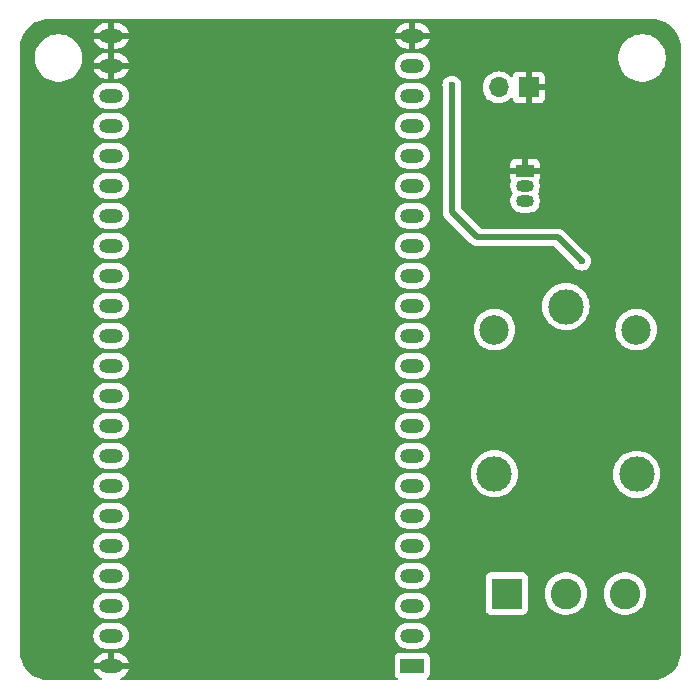
<source format=gbr>
%TF.GenerationSoftware,KiCad,Pcbnew,8.0.6*%
%TF.CreationDate,2024-11-20T16:48:10-08:00*%
%TF.ProjectId,Garage Door Opener,47617261-6765-4204-946f-6f72204f7065,rev?*%
%TF.SameCoordinates,Original*%
%TF.FileFunction,Copper,L2,Bot*%
%TF.FilePolarity,Positive*%
%FSLAX46Y46*%
G04 Gerber Fmt 4.6, Leading zero omitted, Abs format (unit mm)*
G04 Created by KiCad (PCBNEW 8.0.6) date 2024-11-20 16:48:10*
%MOMM*%
%LPD*%
G01*
G04 APERTURE LIST*
%TA.AperFunction,ComponentPad*%
%ADD10C,2.500000*%
%TD*%
%TA.AperFunction,ComponentPad*%
%ADD11C,3.000000*%
%TD*%
%TA.AperFunction,ComponentPad*%
%ADD12O,2.000000X1.200000*%
%TD*%
%TA.AperFunction,ComponentPad*%
%ADD13R,2.000000X1.200000*%
%TD*%
%TA.AperFunction,ComponentPad*%
%ADD14R,1.700000X1.700000*%
%TD*%
%TA.AperFunction,ComponentPad*%
%ADD15O,1.700000X1.700000*%
%TD*%
%TA.AperFunction,ComponentPad*%
%ADD16R,2.600000X2.600000*%
%TD*%
%TA.AperFunction,ComponentPad*%
%ADD17C,2.600000*%
%TD*%
%TA.AperFunction,ComponentPad*%
%ADD18R,1.500000X1.050000*%
%TD*%
%TA.AperFunction,ComponentPad*%
%ADD19O,1.500000X1.050000*%
%TD*%
%TA.AperFunction,ViaPad*%
%ADD20C,0.600000*%
%TD*%
%TA.AperFunction,Conductor*%
%ADD21C,0.500000*%
%TD*%
G04 APERTURE END LIST*
D10*
%TO.P,K1,1,VCC*%
%TO.N,+5V*%
X116700000Y-77800000D03*
%TO.P,K1,2,GND*%
%TO.N,Net-(D1-A)*%
X104700000Y-77800000D03*
D11*
%TO.P,K1,3,Common*%
%TO.N,/Common*%
X110750000Y-75850000D03*
%TO.P,K1,4,Normally_Closed*%
%TO.N,/Normally Closed*%
X116750000Y-90050000D03*
%TO.P,K1,5,Normally_Open*%
%TO.N,/Normally Open*%
X104700000Y-90000000D03*
%TD*%
D12*
%TO.P,U1,44,GND*%
%TO.N,GND*%
X72250000Y-106257280D03*
%TO.P,U1,43,GPIO43/U0TXD*%
%TO.N,unconnected-(U1-GPIO43{slash}U0TXD-Pad43)*%
X72250000Y-103717280D03*
%TO.P,U1,42,GPIO44/U0RXD*%
%TO.N,unconnected-(U1-GPIO44{slash}U0RXD-Pad42)*%
X72250000Y-101177280D03*
%TO.P,U1,41,GPIO1/ADC1_CH0*%
%TO.N,unconnected-(U1-GPIO1{slash}ADC1_CH0-Pad41)*%
X72250000Y-98637280D03*
%TO.P,U1,40,GPIO2/ADC1_CH1*%
%TO.N,unconnected-(U1-GPIO2{slash}ADC1_CH1-Pad40)*%
X72250000Y-96097280D03*
%TO.P,U1,39,GPIO42/MTMS*%
%TO.N,unconnected-(U1-GPIO42{slash}MTMS-Pad39)*%
X72250000Y-93557280D03*
%TO.P,U1,38,GPIO41/MTDI*%
%TO.N,unconnected-(U1-GPIO41{slash}MTDI-Pad38)*%
X72250000Y-91017280D03*
%TO.P,U1,37,GPIO40/MTDO*%
%TO.N,unconnected-(U1-GPIO40{slash}MTDO-Pad37)*%
X72250000Y-88477280D03*
%TO.P,U1,36,GPIO39/MTCK*%
%TO.N,unconnected-(U1-GPIO39{slash}MTCK-Pad36)*%
X72250000Y-85937280D03*
%TO.P,U1,35,GPIO38*%
%TO.N,unconnected-(U1-GPIO38-Pad35)*%
X72250000Y-83397280D03*
%TO.P,U1,34,GPIO37*%
%TO.N,unconnected-(U1-GPIO37-Pad34)*%
X72250000Y-80857280D03*
%TO.P,U1,33,GPIO36*%
%TO.N,unconnected-(U1-GPIO36-Pad33)*%
X72250000Y-78317280D03*
%TO.P,U1,32,GPIO35*%
%TO.N,unconnected-(U1-GPIO35-Pad32)*%
X72250000Y-75777280D03*
%TO.P,U1,31,GPIO0*%
%TO.N,unconnected-(U1-GPIO0-Pad31)*%
X72250000Y-73237280D03*
%TO.P,U1,30,GPIO45*%
%TO.N,unconnected-(U1-GPIO45-Pad30)*%
X72250000Y-70697280D03*
%TO.P,U1,29,GPIO48*%
%TO.N,unconnected-(U1-GPIO48-Pad29)*%
X72250000Y-68157280D03*
%TO.P,U1,28,GPIO47*%
%TO.N,unconnected-(U1-GPIO47-Pad28)*%
X72250000Y-65617280D03*
%TO.P,U1,27,GPIO21*%
%TO.N,unconnected-(U1-GPIO21-Pad27)*%
X72250000Y-63077280D03*
%TO.P,U1,26,GPIO20/USB_D+*%
%TO.N,unconnected-(U1-GPIO20{slash}USB_D+-Pad26)*%
X72250000Y-60537280D03*
%TO.P,U1,25,GPIO19/USB_D-*%
%TO.N,unconnected-(U1-GPIO19{slash}USB_D--Pad25)*%
X72250000Y-57997280D03*
%TO.P,U1,24,GND*%
%TO.N,GND*%
X72250000Y-55457280D03*
%TO.P,U1,23,GND*%
X72250000Y-52917280D03*
%TO.P,U1,22,GND*%
X97753680Y-52920000D03*
%TO.P,U1,21,5V*%
%TO.N,+5V*%
X97753680Y-55460000D03*
%TO.P,U1,20,GPIO14/ADC2_CH3*%
%TO.N,unconnected-(U1-GPIO14{slash}ADC2_CH3-Pad20)*%
X97753680Y-58000000D03*
%TO.P,U1,19,GPIO13/ADC2_CH2*%
%TO.N,unconnected-(U1-GPIO13{slash}ADC2_CH2-Pad19)*%
X97750000Y-60537280D03*
%TO.P,U1,18,GPIO12/ADC2_CH1*%
%TO.N,Net-(J3-Pin_2)*%
X97750000Y-63077280D03*
%TO.P,U1,17,GPIO11/ADC2_CH0*%
%TO.N,Net-(U1-GPIO11{slash}ADC2_CH0)*%
X97750000Y-65617280D03*
%TO.P,U1,16,GPIO10/ADC1_CH9*%
%TO.N,unconnected-(U1-GPIO10{slash}ADC1_CH9-Pad16)*%
X97750000Y-68157280D03*
%TO.P,U1,15,GPIO9/ADC1_CH8*%
%TO.N,unconnected-(U1-GPIO9{slash}ADC1_CH8-Pad15)*%
X97750000Y-70697280D03*
%TO.P,U1,14,GPIO46*%
%TO.N,unconnected-(U1-GPIO46-Pad14)*%
X97750000Y-73237280D03*
%TO.P,U1,13,GPIO3/ADC1_CH2*%
%TO.N,unconnected-(U1-GPIO3{slash}ADC1_CH2-Pad13)*%
X97750000Y-75777280D03*
%TO.P,U1,12,GPIO8/ADC1_CH7*%
%TO.N,unconnected-(U1-GPIO8{slash}ADC1_CH7-Pad12)*%
X97750000Y-78317280D03*
%TO.P,U1,11,GPIO18/ADC2_CH7*%
%TO.N,unconnected-(U1-GPIO18{slash}ADC2_CH7-Pad11)*%
X97750000Y-80857280D03*
%TO.P,U1,10,GPIO17/ADC2_CH6*%
%TO.N,unconnected-(U1-GPIO17{slash}ADC2_CH6-Pad10)*%
X97750000Y-83397280D03*
%TO.P,U1,9,GPIO16/ADC2_CH5/32K_N*%
%TO.N,unconnected-(U1-GPIO16{slash}ADC2_CH5{slash}32K_N-Pad9)*%
X97750000Y-85937280D03*
%TO.P,U1,8,GPIO15/ADC2_CH4/32K_P*%
%TO.N,unconnected-(U1-GPIO15{slash}ADC2_CH4{slash}32K_P-Pad8)*%
X97750000Y-88477280D03*
%TO.P,U1,7,GPIO7/ADC1_CH6*%
%TO.N,unconnected-(U1-GPIO7{slash}ADC1_CH6-Pad7)*%
X97750000Y-91017280D03*
%TO.P,U1,6,GPIO6/ADC1_CH5*%
%TO.N,unconnected-(U1-GPIO6{slash}ADC1_CH5-Pad6)*%
X97750000Y-93557280D03*
%TO.P,U1,5,GPIO5/ADC1_CH4*%
%TO.N,unconnected-(U1-GPIO5{slash}ADC1_CH4-Pad5)*%
X97750000Y-96097280D03*
%TO.P,U1,4,GPIO4/ADC1_CH3*%
%TO.N,unconnected-(U1-GPIO4{slash}ADC1_CH3-Pad4)*%
X97750000Y-98637280D03*
%TO.P,U1,3,CHIP_PU*%
%TO.N,unconnected-(U1-CHIP_PU-Pad3)*%
X97750000Y-101177280D03*
%TO.P,U1,2,3V3*%
%TO.N,unconnected-(U1-3V3-Pad1)_1*%
X97750000Y-103717280D03*
D13*
%TO.P,U1,1,3V3*%
%TO.N,unconnected-(U1-3V3-Pad1)*%
X97750000Y-106257280D03*
%TD*%
D14*
%TO.P,J3,1,Pin_1*%
%TO.N,GND*%
X107600000Y-57300000D03*
D15*
%TO.P,J3,2,Pin_2*%
%TO.N,Net-(J3-Pin_2)*%
X105060000Y-57300000D03*
%TD*%
D16*
%TO.P,J1,1,Pin_1*%
%TO.N,/Normally Open*%
X105750000Y-100155000D03*
D17*
%TO.P,J1,2,Pin_2*%
%TO.N,/Common*%
X110750000Y-100155000D03*
%TO.P,J1,3,Pin_3*%
%TO.N,/Normally Closed*%
X115750000Y-100155000D03*
%TD*%
D18*
%TO.P,Q1,1,E*%
%TO.N,GND*%
X107300000Y-64360000D03*
D19*
%TO.P,Q1,2,B*%
%TO.N,Net-(Q1-B)*%
X107300000Y-65630000D03*
%TO.P,Q1,3,C*%
%TO.N,Net-(D1-A)*%
X107300000Y-66900000D03*
%TD*%
D20*
%TO.N,+5V*%
X112100000Y-72000000D03*
X101100000Y-57100000D03*
%TD*%
D21*
%TO.N,+5V*%
X101100000Y-67850000D02*
X103250000Y-70000000D01*
X103250000Y-70000000D02*
X110100000Y-70000000D01*
X110100000Y-70000000D02*
X112100000Y-72000000D01*
X101100000Y-57100000D02*
X101100000Y-67850000D01*
%TD*%
%TA.AperFunction,Conductor*%
%TO.N,GND*%
G36*
X118003736Y-51500726D02*
G01*
X118293796Y-51518271D01*
X118308659Y-51520076D01*
X118590798Y-51571780D01*
X118605335Y-51575363D01*
X118879172Y-51660695D01*
X118893163Y-51666000D01*
X119154743Y-51783727D01*
X119167989Y-51790680D01*
X119413465Y-51939075D01*
X119425776Y-51947573D01*
X119651573Y-52124473D01*
X119662781Y-52134403D01*
X119865596Y-52337218D01*
X119875526Y-52348426D01*
X119995481Y-52501538D01*
X120052422Y-52574217D01*
X120060926Y-52586537D01*
X120167533Y-52762886D01*
X120209316Y-52832004D01*
X120216275Y-52845263D01*
X120333997Y-53106831D01*
X120339306Y-53120832D01*
X120424635Y-53394663D01*
X120428219Y-53409201D01*
X120479923Y-53691340D01*
X120481728Y-53706205D01*
X120499274Y-53996263D01*
X120499500Y-54003750D01*
X120499500Y-104996249D01*
X120499274Y-105003736D01*
X120481728Y-105293794D01*
X120479923Y-105308659D01*
X120428219Y-105590798D01*
X120424635Y-105605336D01*
X120339306Y-105879167D01*
X120333997Y-105893168D01*
X120216275Y-106154736D01*
X120209316Y-106167995D01*
X120060928Y-106413459D01*
X120052422Y-106425782D01*
X119875526Y-106651573D01*
X119865596Y-106662781D01*
X119662781Y-106865596D01*
X119651573Y-106875526D01*
X119425782Y-107052422D01*
X119413459Y-107060928D01*
X119167995Y-107209316D01*
X119154736Y-107216275D01*
X118893168Y-107333997D01*
X118879167Y-107339306D01*
X118605336Y-107424635D01*
X118590798Y-107428219D01*
X118308659Y-107479923D01*
X118293794Y-107481728D01*
X118003736Y-107499274D01*
X117996249Y-107499500D01*
X99099828Y-107499500D01*
X99032789Y-107479815D01*
X98987034Y-107427011D01*
X98977090Y-107357853D01*
X99006115Y-107294297D01*
X99025516Y-107276234D01*
X99041620Y-107264177D01*
X99107546Y-107214826D01*
X99193796Y-107099611D01*
X99244091Y-106964763D01*
X99250500Y-106905153D01*
X99250499Y-105609408D01*
X99244091Y-105549797D01*
X99240689Y-105540677D01*
X99193797Y-105414951D01*
X99193793Y-105414944D01*
X99107547Y-105299735D01*
X99107544Y-105299732D01*
X98992335Y-105213486D01*
X98992328Y-105213482D01*
X98857482Y-105163188D01*
X98857483Y-105163188D01*
X98797883Y-105156781D01*
X98797881Y-105156780D01*
X98797873Y-105156780D01*
X98797864Y-105156780D01*
X96702129Y-105156780D01*
X96702123Y-105156781D01*
X96642516Y-105163188D01*
X96507671Y-105213482D01*
X96507664Y-105213486D01*
X96392455Y-105299732D01*
X96392452Y-105299735D01*
X96306206Y-105414944D01*
X96306202Y-105414951D01*
X96255908Y-105549797D01*
X96249501Y-105609396D01*
X96249501Y-105609403D01*
X96249500Y-105609415D01*
X96249500Y-106905150D01*
X96249501Y-106905156D01*
X96255908Y-106964763D01*
X96306202Y-107099608D01*
X96306206Y-107099615D01*
X96392452Y-107214824D01*
X96392453Y-107214824D01*
X96392454Y-107214826D01*
X96394390Y-107216275D01*
X96474484Y-107276234D01*
X96516354Y-107332168D01*
X96521338Y-107401860D01*
X96487852Y-107463182D01*
X96426529Y-107496667D01*
X96400172Y-107499500D01*
X73151462Y-107499500D01*
X73084423Y-107479815D01*
X73038668Y-107427011D01*
X73028724Y-107357853D01*
X73057749Y-107294297D01*
X73095167Y-107265015D01*
X73226524Y-107198084D01*
X73366602Y-107096312D01*
X73489032Y-106973882D01*
X73590804Y-106833804D01*
X73669408Y-106679535D01*
X73722914Y-106514864D01*
X73724115Y-106507280D01*
X72565686Y-106507280D01*
X72570080Y-106502886D01*
X72622741Y-106411674D01*
X72650000Y-106309941D01*
X72650000Y-106204619D01*
X72622741Y-106102886D01*
X72570080Y-106011674D01*
X72565686Y-106007280D01*
X73724115Y-106007280D01*
X73724115Y-106007279D01*
X73722914Y-105999695D01*
X73669408Y-105835024D01*
X73590804Y-105680755D01*
X73489032Y-105540677D01*
X73366602Y-105418247D01*
X73226524Y-105316475D01*
X73072257Y-105237871D01*
X72907584Y-105184365D01*
X72736571Y-105157280D01*
X72500000Y-105157280D01*
X72500000Y-105941594D01*
X72495606Y-105937200D01*
X72404394Y-105884539D01*
X72302661Y-105857280D01*
X72197339Y-105857280D01*
X72095606Y-105884539D01*
X72004394Y-105937200D01*
X72000000Y-105941594D01*
X72000000Y-105157280D01*
X71763429Y-105157280D01*
X71592415Y-105184365D01*
X71427742Y-105237871D01*
X71273475Y-105316475D01*
X71133397Y-105418247D01*
X71010967Y-105540677D01*
X70909195Y-105680755D01*
X70830591Y-105835024D01*
X70777085Y-105999695D01*
X70775884Y-106007279D01*
X70775885Y-106007280D01*
X71934314Y-106007280D01*
X71929920Y-106011674D01*
X71877259Y-106102886D01*
X71850000Y-106204619D01*
X71850000Y-106309941D01*
X71877259Y-106411674D01*
X71929920Y-106502886D01*
X71934314Y-106507280D01*
X70775885Y-106507280D01*
X70777085Y-106514864D01*
X70830591Y-106679535D01*
X70909195Y-106833804D01*
X71010967Y-106973882D01*
X71133397Y-107096312D01*
X71273475Y-107198084D01*
X71404833Y-107265015D01*
X71455629Y-107312990D01*
X71472424Y-107380811D01*
X71449886Y-107446946D01*
X71395171Y-107490397D01*
X71348538Y-107499500D01*
X67003751Y-107499500D01*
X66996264Y-107499274D01*
X66706205Y-107481728D01*
X66691340Y-107479923D01*
X66409201Y-107428219D01*
X66394663Y-107424635D01*
X66120832Y-107339306D01*
X66106831Y-107333997D01*
X65845263Y-107216275D01*
X65832004Y-107209316D01*
X65650525Y-107099608D01*
X65586537Y-107060926D01*
X65574217Y-107052422D01*
X65348426Y-106875526D01*
X65337218Y-106865596D01*
X65134403Y-106662781D01*
X65124473Y-106651573D01*
X65066331Y-106577360D01*
X64947573Y-106425776D01*
X64939075Y-106413465D01*
X64790680Y-106167989D01*
X64783727Y-106154743D01*
X64666000Y-105893163D01*
X64660693Y-105879167D01*
X64598865Y-105680755D01*
X64575363Y-105605335D01*
X64571780Y-105590798D01*
X64539554Y-105414949D01*
X64520075Y-105308657D01*
X64518271Y-105293794D01*
X64500726Y-105003736D01*
X64500500Y-104996249D01*
X64500500Y-103630669D01*
X70749500Y-103630669D01*
X70749500Y-103803891D01*
X70776598Y-103974981D01*
X70830127Y-104139725D01*
X70908768Y-104294068D01*
X71010586Y-104434208D01*
X71133072Y-104556694D01*
X71273212Y-104658512D01*
X71427555Y-104737153D01*
X71592299Y-104790682D01*
X71763389Y-104817780D01*
X71763390Y-104817780D01*
X72736610Y-104817780D01*
X72736611Y-104817780D01*
X72907701Y-104790682D01*
X73072445Y-104737153D01*
X73226788Y-104658512D01*
X73366928Y-104556694D01*
X73489414Y-104434208D01*
X73591232Y-104294068D01*
X73669873Y-104139725D01*
X73723402Y-103974981D01*
X73750500Y-103803891D01*
X73750500Y-103630669D01*
X96249500Y-103630669D01*
X96249500Y-103803891D01*
X96276598Y-103974981D01*
X96330127Y-104139725D01*
X96408768Y-104294068D01*
X96510586Y-104434208D01*
X96633072Y-104556694D01*
X96773212Y-104658512D01*
X96927555Y-104737153D01*
X97092299Y-104790682D01*
X97263389Y-104817780D01*
X97263390Y-104817780D01*
X98236610Y-104817780D01*
X98236611Y-104817780D01*
X98407701Y-104790682D01*
X98572445Y-104737153D01*
X98726788Y-104658512D01*
X98866928Y-104556694D01*
X98989414Y-104434208D01*
X99091232Y-104294068D01*
X99169873Y-104139725D01*
X99223402Y-103974981D01*
X99250500Y-103803891D01*
X99250500Y-103630669D01*
X99223402Y-103459579D01*
X99169873Y-103294835D01*
X99091232Y-103140492D01*
X98989414Y-103000352D01*
X98866928Y-102877866D01*
X98726788Y-102776048D01*
X98572445Y-102697407D01*
X98407701Y-102643878D01*
X98407699Y-102643877D01*
X98407698Y-102643877D01*
X98276271Y-102623061D01*
X98236611Y-102616780D01*
X97263389Y-102616780D01*
X97223728Y-102623061D01*
X97092302Y-102643877D01*
X96927552Y-102697408D01*
X96773211Y-102776048D01*
X96693256Y-102834139D01*
X96633072Y-102877866D01*
X96633070Y-102877868D01*
X96633069Y-102877868D01*
X96510588Y-103000349D01*
X96510588Y-103000350D01*
X96510586Y-103000352D01*
X96466859Y-103060536D01*
X96408768Y-103140491D01*
X96330128Y-103294832D01*
X96276597Y-103459582D01*
X96249500Y-103630669D01*
X73750500Y-103630669D01*
X73723402Y-103459579D01*
X73669873Y-103294835D01*
X73591232Y-103140492D01*
X73489414Y-103000352D01*
X73366928Y-102877866D01*
X73226788Y-102776048D01*
X73072445Y-102697407D01*
X72907701Y-102643878D01*
X72907699Y-102643877D01*
X72907698Y-102643877D01*
X72776271Y-102623061D01*
X72736611Y-102616780D01*
X71763389Y-102616780D01*
X71723728Y-102623061D01*
X71592302Y-102643877D01*
X71427552Y-102697408D01*
X71273211Y-102776048D01*
X71193256Y-102834139D01*
X71133072Y-102877866D01*
X71133070Y-102877868D01*
X71133069Y-102877868D01*
X71010588Y-103000349D01*
X71010588Y-103000350D01*
X71010586Y-103000352D01*
X70966859Y-103060536D01*
X70908768Y-103140491D01*
X70830128Y-103294832D01*
X70776597Y-103459582D01*
X70749500Y-103630669D01*
X64500500Y-103630669D01*
X64500500Y-101090669D01*
X70749500Y-101090669D01*
X70749500Y-101263891D01*
X70776598Y-101434981D01*
X70830127Y-101599725D01*
X70908768Y-101754068D01*
X71010586Y-101894208D01*
X71133072Y-102016694D01*
X71273212Y-102118512D01*
X71427555Y-102197153D01*
X71592299Y-102250682D01*
X71763389Y-102277780D01*
X71763390Y-102277780D01*
X72736610Y-102277780D01*
X72736611Y-102277780D01*
X72907701Y-102250682D01*
X73072445Y-102197153D01*
X73226788Y-102118512D01*
X73366928Y-102016694D01*
X73489414Y-101894208D01*
X73591232Y-101754068D01*
X73669873Y-101599725D01*
X73723402Y-101434981D01*
X73750500Y-101263891D01*
X73750500Y-101090669D01*
X96249500Y-101090669D01*
X96249500Y-101263891D01*
X96276598Y-101434981D01*
X96330127Y-101599725D01*
X96408768Y-101754068D01*
X96510586Y-101894208D01*
X96633072Y-102016694D01*
X96773212Y-102118512D01*
X96927555Y-102197153D01*
X97092299Y-102250682D01*
X97263389Y-102277780D01*
X97263390Y-102277780D01*
X98236610Y-102277780D01*
X98236611Y-102277780D01*
X98407701Y-102250682D01*
X98572445Y-102197153D01*
X98726788Y-102118512D01*
X98866928Y-102016694D01*
X98989414Y-101894208D01*
X99091232Y-101754068D01*
X99169873Y-101599725D01*
X99223402Y-101434981D01*
X99250500Y-101263891D01*
X99250500Y-101090669D01*
X99223402Y-100919579D01*
X99169873Y-100754835D01*
X99091232Y-100600492D01*
X98989414Y-100460352D01*
X98866928Y-100337866D01*
X98726788Y-100236048D01*
X98572445Y-100157407D01*
X98407701Y-100103878D01*
X98407699Y-100103877D01*
X98407698Y-100103877D01*
X98276271Y-100083061D01*
X98236611Y-100076780D01*
X97263389Y-100076780D01*
X97223728Y-100083061D01*
X97092302Y-100103877D01*
X96927552Y-100157408D01*
X96773211Y-100236048D01*
X96693256Y-100294139D01*
X96633072Y-100337866D01*
X96633070Y-100337868D01*
X96633069Y-100337868D01*
X96510588Y-100460349D01*
X96510588Y-100460350D01*
X96510586Y-100460352D01*
X96466859Y-100520536D01*
X96408768Y-100600491D01*
X96330128Y-100754832D01*
X96276597Y-100919582D01*
X96273617Y-100938398D01*
X96249500Y-101090669D01*
X73750500Y-101090669D01*
X73723402Y-100919579D01*
X73669873Y-100754835D01*
X73591232Y-100600492D01*
X73489414Y-100460352D01*
X73366928Y-100337866D01*
X73226788Y-100236048D01*
X73072445Y-100157407D01*
X72907701Y-100103878D01*
X72907699Y-100103877D01*
X72907698Y-100103877D01*
X72776271Y-100083061D01*
X72736611Y-100076780D01*
X71763389Y-100076780D01*
X71723728Y-100083061D01*
X71592302Y-100103877D01*
X71427552Y-100157408D01*
X71273211Y-100236048D01*
X71193256Y-100294139D01*
X71133072Y-100337866D01*
X71133070Y-100337868D01*
X71133069Y-100337868D01*
X71010588Y-100460349D01*
X71010588Y-100460350D01*
X71010586Y-100460352D01*
X70966859Y-100520536D01*
X70908768Y-100600491D01*
X70830128Y-100754832D01*
X70776597Y-100919582D01*
X70773617Y-100938398D01*
X70749500Y-101090669D01*
X64500500Y-101090669D01*
X64500500Y-98550669D01*
X70749500Y-98550669D01*
X70749500Y-98723890D01*
X70762684Y-98807135D01*
X70776598Y-98894981D01*
X70830127Y-99059725D01*
X70908768Y-99214068D01*
X71010586Y-99354208D01*
X71133072Y-99476694D01*
X71273212Y-99578512D01*
X71427555Y-99657153D01*
X71592299Y-99710682D01*
X71763389Y-99737780D01*
X71763390Y-99737780D01*
X72736610Y-99737780D01*
X72736611Y-99737780D01*
X72907701Y-99710682D01*
X73072445Y-99657153D01*
X73226788Y-99578512D01*
X73366928Y-99476694D01*
X73489414Y-99354208D01*
X73591232Y-99214068D01*
X73669873Y-99059725D01*
X73723402Y-98894981D01*
X73750500Y-98723891D01*
X73750500Y-98550669D01*
X96249500Y-98550669D01*
X96249500Y-98723890D01*
X96262684Y-98807135D01*
X96276598Y-98894981D01*
X96330127Y-99059725D01*
X96408768Y-99214068D01*
X96510586Y-99354208D01*
X96633072Y-99476694D01*
X96773212Y-99578512D01*
X96927555Y-99657153D01*
X97092299Y-99710682D01*
X97263389Y-99737780D01*
X97263390Y-99737780D01*
X98236610Y-99737780D01*
X98236611Y-99737780D01*
X98407701Y-99710682D01*
X98572445Y-99657153D01*
X98726788Y-99578512D01*
X98866928Y-99476694D01*
X98989414Y-99354208D01*
X99091232Y-99214068D01*
X99169873Y-99059725D01*
X99223402Y-98894981D01*
X99237315Y-98807135D01*
X103949500Y-98807135D01*
X103949500Y-101502870D01*
X103949501Y-101502876D01*
X103955908Y-101562483D01*
X104006202Y-101697328D01*
X104006206Y-101697335D01*
X104092452Y-101812544D01*
X104092455Y-101812547D01*
X104207664Y-101898793D01*
X104207671Y-101898797D01*
X104342517Y-101949091D01*
X104342516Y-101949091D01*
X104349444Y-101949835D01*
X104402127Y-101955500D01*
X107097872Y-101955499D01*
X107157483Y-101949091D01*
X107292331Y-101898796D01*
X107407546Y-101812546D01*
X107493796Y-101697331D01*
X107544091Y-101562483D01*
X107550500Y-101502873D01*
X107550499Y-100154995D01*
X108944451Y-100154995D01*
X108944451Y-100155004D01*
X108964616Y-100424101D01*
X109024664Y-100687188D01*
X109024666Y-100687195D01*
X109123257Y-100938398D01*
X109258185Y-101172102D01*
X109331384Y-101263890D01*
X109426442Y-101383089D01*
X109613183Y-101556358D01*
X109624259Y-101566635D01*
X109847226Y-101718651D01*
X110090359Y-101835738D01*
X110348228Y-101915280D01*
X110348229Y-101915280D01*
X110348232Y-101915281D01*
X110615063Y-101955499D01*
X110615068Y-101955499D01*
X110615071Y-101955500D01*
X110615072Y-101955500D01*
X110884928Y-101955500D01*
X110884929Y-101955500D01*
X110884936Y-101955499D01*
X111151767Y-101915281D01*
X111151768Y-101915280D01*
X111151772Y-101915280D01*
X111409641Y-101835738D01*
X111652775Y-101718651D01*
X111875741Y-101566635D01*
X112073561Y-101383085D01*
X112241815Y-101172102D01*
X112376743Y-100938398D01*
X112475334Y-100687195D01*
X112535383Y-100424103D01*
X112542105Y-100334402D01*
X112555549Y-100155004D01*
X112555549Y-100154995D01*
X113944451Y-100154995D01*
X113944451Y-100155004D01*
X113964616Y-100424101D01*
X114024664Y-100687188D01*
X114024666Y-100687195D01*
X114123257Y-100938398D01*
X114258185Y-101172102D01*
X114331384Y-101263890D01*
X114426442Y-101383089D01*
X114613183Y-101556358D01*
X114624259Y-101566635D01*
X114847226Y-101718651D01*
X115090359Y-101835738D01*
X115348228Y-101915280D01*
X115348229Y-101915280D01*
X115348232Y-101915281D01*
X115615063Y-101955499D01*
X115615068Y-101955499D01*
X115615071Y-101955500D01*
X115615072Y-101955500D01*
X115884928Y-101955500D01*
X115884929Y-101955500D01*
X115884936Y-101955499D01*
X116151767Y-101915281D01*
X116151768Y-101915280D01*
X116151772Y-101915280D01*
X116409641Y-101835738D01*
X116652775Y-101718651D01*
X116875741Y-101566635D01*
X117073561Y-101383085D01*
X117241815Y-101172102D01*
X117376743Y-100938398D01*
X117475334Y-100687195D01*
X117535383Y-100424103D01*
X117542105Y-100334402D01*
X117555549Y-100155004D01*
X117555549Y-100154995D01*
X117535383Y-99885898D01*
X117495391Y-99710682D01*
X117475334Y-99622805D01*
X117376743Y-99371602D01*
X117241815Y-99137898D01*
X117073561Y-98926915D01*
X117073560Y-98926914D01*
X117073557Y-98926910D01*
X116875741Y-98743365D01*
X116847176Y-98723890D01*
X116652775Y-98591349D01*
X116652769Y-98591346D01*
X116652768Y-98591345D01*
X116652767Y-98591344D01*
X116409643Y-98474263D01*
X116409645Y-98474263D01*
X116151773Y-98394720D01*
X116151767Y-98394718D01*
X115884936Y-98354500D01*
X115884929Y-98354500D01*
X115615071Y-98354500D01*
X115615063Y-98354500D01*
X115348232Y-98394718D01*
X115348226Y-98394720D01*
X115090358Y-98474262D01*
X114847230Y-98591346D01*
X114624258Y-98743365D01*
X114426442Y-98926910D01*
X114258185Y-99137898D01*
X114123258Y-99371599D01*
X114123256Y-99371603D01*
X114024666Y-99622804D01*
X114024664Y-99622811D01*
X113964616Y-99885898D01*
X113944451Y-100154995D01*
X112555549Y-100154995D01*
X112535383Y-99885898D01*
X112495391Y-99710682D01*
X112475334Y-99622805D01*
X112376743Y-99371602D01*
X112241815Y-99137898D01*
X112073561Y-98926915D01*
X112073560Y-98926914D01*
X112073557Y-98926910D01*
X111875741Y-98743365D01*
X111847176Y-98723890D01*
X111652775Y-98591349D01*
X111652769Y-98591346D01*
X111652768Y-98591345D01*
X111652767Y-98591344D01*
X111409643Y-98474263D01*
X111409645Y-98474263D01*
X111151773Y-98394720D01*
X111151767Y-98394718D01*
X110884936Y-98354500D01*
X110884929Y-98354500D01*
X110615071Y-98354500D01*
X110615063Y-98354500D01*
X110348232Y-98394718D01*
X110348226Y-98394720D01*
X110090358Y-98474262D01*
X109847230Y-98591346D01*
X109624258Y-98743365D01*
X109426442Y-98926910D01*
X109258185Y-99137898D01*
X109123258Y-99371599D01*
X109123256Y-99371603D01*
X109024666Y-99622804D01*
X109024664Y-99622811D01*
X108964616Y-99885898D01*
X108944451Y-100154995D01*
X107550499Y-100154995D01*
X107550499Y-98807128D01*
X107544091Y-98747517D01*
X107542542Y-98743365D01*
X107493797Y-98612671D01*
X107493793Y-98612664D01*
X107407547Y-98497455D01*
X107407544Y-98497452D01*
X107292335Y-98411206D01*
X107292328Y-98411202D01*
X107157482Y-98360908D01*
X107157483Y-98360908D01*
X107097883Y-98354501D01*
X107097881Y-98354500D01*
X107097873Y-98354500D01*
X107097864Y-98354500D01*
X104402129Y-98354500D01*
X104402123Y-98354501D01*
X104342516Y-98360908D01*
X104207671Y-98411202D01*
X104207664Y-98411206D01*
X104092455Y-98497452D01*
X104092452Y-98497455D01*
X104006206Y-98612664D01*
X104006202Y-98612671D01*
X103955908Y-98747517D01*
X103949501Y-98807116D01*
X103949501Y-98807123D01*
X103949500Y-98807135D01*
X99237315Y-98807135D01*
X99250500Y-98723891D01*
X99250500Y-98550669D01*
X99223402Y-98379579D01*
X99169873Y-98214835D01*
X99091232Y-98060492D01*
X98989414Y-97920352D01*
X98866928Y-97797866D01*
X98726788Y-97696048D01*
X98572445Y-97617407D01*
X98407701Y-97563878D01*
X98407699Y-97563877D01*
X98407698Y-97563877D01*
X98276271Y-97543061D01*
X98236611Y-97536780D01*
X97263389Y-97536780D01*
X97223728Y-97543061D01*
X97092302Y-97563877D01*
X96927552Y-97617408D01*
X96773211Y-97696048D01*
X96693256Y-97754139D01*
X96633072Y-97797866D01*
X96633070Y-97797868D01*
X96633069Y-97797868D01*
X96510588Y-97920349D01*
X96510588Y-97920350D01*
X96510586Y-97920352D01*
X96466859Y-97980536D01*
X96408768Y-98060491D01*
X96330128Y-98214832D01*
X96276597Y-98379582D01*
X96249500Y-98550669D01*
X73750500Y-98550669D01*
X73723402Y-98379579D01*
X73669873Y-98214835D01*
X73591232Y-98060492D01*
X73489414Y-97920352D01*
X73366928Y-97797866D01*
X73226788Y-97696048D01*
X73072445Y-97617407D01*
X72907701Y-97563878D01*
X72907699Y-97563877D01*
X72907698Y-97563877D01*
X72776271Y-97543061D01*
X72736611Y-97536780D01*
X71763389Y-97536780D01*
X71723728Y-97543061D01*
X71592302Y-97563877D01*
X71427552Y-97617408D01*
X71273211Y-97696048D01*
X71193256Y-97754139D01*
X71133072Y-97797866D01*
X71133070Y-97797868D01*
X71133069Y-97797868D01*
X71010588Y-97920349D01*
X71010588Y-97920350D01*
X71010586Y-97920352D01*
X70966859Y-97980536D01*
X70908768Y-98060491D01*
X70830128Y-98214832D01*
X70776597Y-98379582D01*
X70749500Y-98550669D01*
X64500500Y-98550669D01*
X64500500Y-96010669D01*
X70749500Y-96010669D01*
X70749500Y-96183891D01*
X70776598Y-96354981D01*
X70830127Y-96519725D01*
X70908768Y-96674068D01*
X71010586Y-96814208D01*
X71133072Y-96936694D01*
X71273212Y-97038512D01*
X71427555Y-97117153D01*
X71592299Y-97170682D01*
X71763389Y-97197780D01*
X71763390Y-97197780D01*
X72736610Y-97197780D01*
X72736611Y-97197780D01*
X72907701Y-97170682D01*
X73072445Y-97117153D01*
X73226788Y-97038512D01*
X73366928Y-96936694D01*
X73489414Y-96814208D01*
X73591232Y-96674068D01*
X73669873Y-96519725D01*
X73723402Y-96354981D01*
X73750500Y-96183891D01*
X73750500Y-96010669D01*
X96249500Y-96010669D01*
X96249500Y-96183891D01*
X96276598Y-96354981D01*
X96330127Y-96519725D01*
X96408768Y-96674068D01*
X96510586Y-96814208D01*
X96633072Y-96936694D01*
X96773212Y-97038512D01*
X96927555Y-97117153D01*
X97092299Y-97170682D01*
X97263389Y-97197780D01*
X97263390Y-97197780D01*
X98236610Y-97197780D01*
X98236611Y-97197780D01*
X98407701Y-97170682D01*
X98572445Y-97117153D01*
X98726788Y-97038512D01*
X98866928Y-96936694D01*
X98989414Y-96814208D01*
X99091232Y-96674068D01*
X99169873Y-96519725D01*
X99223402Y-96354981D01*
X99250500Y-96183891D01*
X99250500Y-96010669D01*
X99223402Y-95839579D01*
X99169873Y-95674835D01*
X99091232Y-95520492D01*
X98989414Y-95380352D01*
X98866928Y-95257866D01*
X98726788Y-95156048D01*
X98572445Y-95077407D01*
X98407701Y-95023878D01*
X98407699Y-95023877D01*
X98407698Y-95023877D01*
X98276271Y-95003061D01*
X98236611Y-94996780D01*
X97263389Y-94996780D01*
X97223728Y-95003061D01*
X97092302Y-95023877D01*
X96927552Y-95077408D01*
X96773211Y-95156048D01*
X96693256Y-95214139D01*
X96633072Y-95257866D01*
X96633070Y-95257868D01*
X96633069Y-95257868D01*
X96510588Y-95380349D01*
X96510588Y-95380350D01*
X96510586Y-95380352D01*
X96466859Y-95440536D01*
X96408768Y-95520491D01*
X96330128Y-95674832D01*
X96276597Y-95839582D01*
X96249500Y-96010669D01*
X73750500Y-96010669D01*
X73723402Y-95839579D01*
X73669873Y-95674835D01*
X73591232Y-95520492D01*
X73489414Y-95380352D01*
X73366928Y-95257866D01*
X73226788Y-95156048D01*
X73072445Y-95077407D01*
X72907701Y-95023878D01*
X72907699Y-95023877D01*
X72907698Y-95023877D01*
X72776271Y-95003061D01*
X72736611Y-94996780D01*
X71763389Y-94996780D01*
X71723728Y-95003061D01*
X71592302Y-95023877D01*
X71427552Y-95077408D01*
X71273211Y-95156048D01*
X71193256Y-95214139D01*
X71133072Y-95257866D01*
X71133070Y-95257868D01*
X71133069Y-95257868D01*
X71010588Y-95380349D01*
X71010588Y-95380350D01*
X71010586Y-95380352D01*
X70966859Y-95440536D01*
X70908768Y-95520491D01*
X70830128Y-95674832D01*
X70776597Y-95839582D01*
X70749500Y-96010669D01*
X64500500Y-96010669D01*
X64500500Y-93470669D01*
X70749500Y-93470669D01*
X70749500Y-93643891D01*
X70776598Y-93814981D01*
X70830127Y-93979725D01*
X70908768Y-94134068D01*
X71010586Y-94274208D01*
X71133072Y-94396694D01*
X71273212Y-94498512D01*
X71427555Y-94577153D01*
X71592299Y-94630682D01*
X71763389Y-94657780D01*
X71763390Y-94657780D01*
X72736610Y-94657780D01*
X72736611Y-94657780D01*
X72907701Y-94630682D01*
X73072445Y-94577153D01*
X73226788Y-94498512D01*
X73366928Y-94396694D01*
X73489414Y-94274208D01*
X73591232Y-94134068D01*
X73669873Y-93979725D01*
X73723402Y-93814981D01*
X73750500Y-93643891D01*
X73750500Y-93470669D01*
X96249500Y-93470669D01*
X96249500Y-93643891D01*
X96276598Y-93814981D01*
X96330127Y-93979725D01*
X96408768Y-94134068D01*
X96510586Y-94274208D01*
X96633072Y-94396694D01*
X96773212Y-94498512D01*
X96927555Y-94577153D01*
X97092299Y-94630682D01*
X97263389Y-94657780D01*
X97263390Y-94657780D01*
X98236610Y-94657780D01*
X98236611Y-94657780D01*
X98407701Y-94630682D01*
X98572445Y-94577153D01*
X98726788Y-94498512D01*
X98866928Y-94396694D01*
X98989414Y-94274208D01*
X99091232Y-94134068D01*
X99169873Y-93979725D01*
X99223402Y-93814981D01*
X99250500Y-93643891D01*
X99250500Y-93470669D01*
X99223402Y-93299579D01*
X99169873Y-93134835D01*
X99091232Y-92980492D01*
X98989414Y-92840352D01*
X98866928Y-92717866D01*
X98726788Y-92616048D01*
X98572445Y-92537407D01*
X98407701Y-92483878D01*
X98407699Y-92483877D01*
X98407698Y-92483877D01*
X98276271Y-92463061D01*
X98236611Y-92456780D01*
X97263389Y-92456780D01*
X97223728Y-92463061D01*
X97092302Y-92483877D01*
X96927552Y-92537408D01*
X96773211Y-92616048D01*
X96693256Y-92674139D01*
X96633072Y-92717866D01*
X96633070Y-92717868D01*
X96633069Y-92717868D01*
X96510588Y-92840349D01*
X96510588Y-92840350D01*
X96510586Y-92840352D01*
X96466859Y-92900536D01*
X96408768Y-92980491D01*
X96330128Y-93134832D01*
X96276597Y-93299582D01*
X96249500Y-93470669D01*
X73750500Y-93470669D01*
X73723402Y-93299579D01*
X73669873Y-93134835D01*
X73591232Y-92980492D01*
X73489414Y-92840352D01*
X73366928Y-92717866D01*
X73226788Y-92616048D01*
X73072445Y-92537407D01*
X72907701Y-92483878D01*
X72907699Y-92483877D01*
X72907698Y-92483877D01*
X72776271Y-92463061D01*
X72736611Y-92456780D01*
X71763389Y-92456780D01*
X71723728Y-92463061D01*
X71592302Y-92483877D01*
X71427552Y-92537408D01*
X71273211Y-92616048D01*
X71193256Y-92674139D01*
X71133072Y-92717866D01*
X71133070Y-92717868D01*
X71133069Y-92717868D01*
X71010588Y-92840349D01*
X71010588Y-92840350D01*
X71010586Y-92840352D01*
X70966859Y-92900536D01*
X70908768Y-92980491D01*
X70830128Y-93134832D01*
X70776597Y-93299582D01*
X70749500Y-93470669D01*
X64500500Y-93470669D01*
X64500500Y-90930669D01*
X70749500Y-90930669D01*
X70749500Y-91103891D01*
X70776598Y-91274981D01*
X70830127Y-91439725D01*
X70908768Y-91594068D01*
X71010586Y-91734208D01*
X71133072Y-91856694D01*
X71273212Y-91958512D01*
X71427555Y-92037153D01*
X71592299Y-92090682D01*
X71763389Y-92117780D01*
X71763390Y-92117780D01*
X72736610Y-92117780D01*
X72736611Y-92117780D01*
X72907701Y-92090682D01*
X73072445Y-92037153D01*
X73226788Y-91958512D01*
X73366928Y-91856694D01*
X73489414Y-91734208D01*
X73591232Y-91594068D01*
X73669873Y-91439725D01*
X73723402Y-91274981D01*
X73750500Y-91103891D01*
X73750500Y-90930669D01*
X96249500Y-90930669D01*
X96249500Y-91103891D01*
X96276598Y-91274981D01*
X96330127Y-91439725D01*
X96408768Y-91594068D01*
X96510586Y-91734208D01*
X96633072Y-91856694D01*
X96773212Y-91958512D01*
X96927555Y-92037153D01*
X97092299Y-92090682D01*
X97263389Y-92117780D01*
X97263390Y-92117780D01*
X98236610Y-92117780D01*
X98236611Y-92117780D01*
X98407701Y-92090682D01*
X98572445Y-92037153D01*
X98726788Y-91958512D01*
X98866928Y-91856694D01*
X98989414Y-91734208D01*
X99091232Y-91594068D01*
X99169873Y-91439725D01*
X99223402Y-91274981D01*
X99250500Y-91103891D01*
X99250500Y-90930669D01*
X99223402Y-90759579D01*
X99169873Y-90594835D01*
X99091232Y-90440492D01*
X98989414Y-90300352D01*
X98866928Y-90177866D01*
X98726788Y-90076048D01*
X98577530Y-89999998D01*
X102694390Y-89999998D01*
X102694390Y-90000001D01*
X102714804Y-90285433D01*
X102775628Y-90565037D01*
X102775630Y-90565043D01*
X102775631Y-90565046D01*
X102875633Y-90833161D01*
X102875635Y-90833166D01*
X103012770Y-91084309D01*
X103012775Y-91084317D01*
X103184254Y-91313387D01*
X103184270Y-91313405D01*
X103386594Y-91515729D01*
X103386612Y-91515745D01*
X103615682Y-91687224D01*
X103615690Y-91687229D01*
X103866833Y-91824364D01*
X103866832Y-91824364D01*
X103866836Y-91824365D01*
X103866839Y-91824367D01*
X104134954Y-91924369D01*
X104134960Y-91924370D01*
X104134962Y-91924371D01*
X104414566Y-91985195D01*
X104414568Y-91985195D01*
X104414572Y-91985196D01*
X104668220Y-92003337D01*
X104699999Y-92005610D01*
X104700000Y-92005610D01*
X104700001Y-92005610D01*
X104728595Y-92003564D01*
X104985428Y-91985196D01*
X105108098Y-91958511D01*
X105265037Y-91924371D01*
X105265037Y-91924370D01*
X105265046Y-91924369D01*
X105533161Y-91824367D01*
X105784315Y-91687226D01*
X106013395Y-91515739D01*
X106215739Y-91313395D01*
X106387226Y-91084315D01*
X106524367Y-90833161D01*
X106624369Y-90565046D01*
X106674319Y-90335428D01*
X106685195Y-90285433D01*
X106685195Y-90285432D01*
X106685196Y-90285428D01*
X106702034Y-90049998D01*
X114744390Y-90049998D01*
X114744390Y-90050001D01*
X114764804Y-90335433D01*
X114825628Y-90615037D01*
X114825630Y-90615043D01*
X114825631Y-90615046D01*
X114906984Y-90833161D01*
X114925635Y-90883166D01*
X115062770Y-91134309D01*
X115062775Y-91134317D01*
X115234254Y-91363387D01*
X115234270Y-91363405D01*
X115436594Y-91565729D01*
X115436612Y-91565745D01*
X115665682Y-91737224D01*
X115665690Y-91737229D01*
X115916833Y-91874364D01*
X115916832Y-91874364D01*
X115916836Y-91874365D01*
X115916839Y-91874367D01*
X116184954Y-91974369D01*
X116184960Y-91974370D01*
X116184962Y-91974371D01*
X116464566Y-92035195D01*
X116464568Y-92035195D01*
X116464572Y-92035196D01*
X116718220Y-92053337D01*
X116749999Y-92055610D01*
X116750000Y-92055610D01*
X116750001Y-92055610D01*
X116778595Y-92053564D01*
X117035428Y-92035196D01*
X117315046Y-91974369D01*
X117583161Y-91874367D01*
X117834315Y-91737226D01*
X118063395Y-91565739D01*
X118265739Y-91363395D01*
X118437226Y-91134315D01*
X118574367Y-90883161D01*
X118674369Y-90615046D01*
X118735196Y-90335428D01*
X118755610Y-90050000D01*
X118735196Y-89764572D01*
X118677022Y-89497151D01*
X118674371Y-89484962D01*
X118674370Y-89484960D01*
X118674369Y-89484954D01*
X118574367Y-89216839D01*
X118562009Y-89194208D01*
X118437229Y-88965690D01*
X118437224Y-88965682D01*
X118265745Y-88736612D01*
X118265729Y-88736594D01*
X118063405Y-88534270D01*
X118063387Y-88534254D01*
X117834317Y-88362775D01*
X117834309Y-88362770D01*
X117583166Y-88225635D01*
X117583167Y-88225635D01*
X117475915Y-88185632D01*
X117315046Y-88125631D01*
X117315043Y-88125630D01*
X117315037Y-88125628D01*
X117035433Y-88064804D01*
X116750001Y-88044390D01*
X116749999Y-88044390D01*
X116464566Y-88064804D01*
X116184962Y-88125628D01*
X115916833Y-88225635D01*
X115665690Y-88362770D01*
X115665682Y-88362775D01*
X115436612Y-88534254D01*
X115436594Y-88534270D01*
X115234270Y-88736594D01*
X115234254Y-88736612D01*
X115062775Y-88965682D01*
X115062770Y-88965690D01*
X114925635Y-89216833D01*
X114825628Y-89484962D01*
X114764804Y-89764566D01*
X114744390Y-90049998D01*
X106702034Y-90049998D01*
X106705610Y-90000000D01*
X106685196Y-89714572D01*
X106624369Y-89434954D01*
X106524367Y-89166839D01*
X106387226Y-88915685D01*
X106253169Y-88736605D01*
X106215745Y-88686612D01*
X106215729Y-88686594D01*
X106013405Y-88484270D01*
X106013387Y-88484254D01*
X105784317Y-88312775D01*
X105784309Y-88312770D01*
X105533166Y-88175635D01*
X105533167Y-88175635D01*
X105399093Y-88125628D01*
X105265046Y-88075631D01*
X105265043Y-88075630D01*
X105265037Y-88075628D01*
X104985433Y-88014804D01*
X104700001Y-87994390D01*
X104699999Y-87994390D01*
X104414566Y-88014804D01*
X104134962Y-88075628D01*
X103866833Y-88175635D01*
X103615690Y-88312770D01*
X103615682Y-88312775D01*
X103386612Y-88484254D01*
X103386594Y-88484270D01*
X103184270Y-88686594D01*
X103184254Y-88686612D01*
X103012775Y-88915682D01*
X103012770Y-88915690D01*
X102875635Y-89166833D01*
X102775628Y-89434962D01*
X102714804Y-89714566D01*
X102694390Y-89999998D01*
X98577530Y-89999998D01*
X98572445Y-89997407D01*
X98407701Y-89943878D01*
X98407699Y-89943877D01*
X98407698Y-89943877D01*
X98276271Y-89923061D01*
X98236611Y-89916780D01*
X97263389Y-89916780D01*
X97223728Y-89923061D01*
X97092302Y-89943877D01*
X96927552Y-89997408D01*
X96773211Y-90076048D01*
X96693256Y-90134139D01*
X96633072Y-90177866D01*
X96633070Y-90177868D01*
X96633069Y-90177868D01*
X96510588Y-90300349D01*
X96510588Y-90300350D01*
X96510586Y-90300352D01*
X96485102Y-90335428D01*
X96408768Y-90440491D01*
X96330128Y-90594832D01*
X96276597Y-90759582D01*
X96257024Y-90883166D01*
X96249500Y-90930669D01*
X73750500Y-90930669D01*
X73723402Y-90759579D01*
X73669873Y-90594835D01*
X73591232Y-90440492D01*
X73489414Y-90300352D01*
X73366928Y-90177866D01*
X73226788Y-90076048D01*
X73072445Y-89997407D01*
X72907701Y-89943878D01*
X72907699Y-89943877D01*
X72907698Y-89943877D01*
X72776271Y-89923061D01*
X72736611Y-89916780D01*
X71763389Y-89916780D01*
X71723728Y-89923061D01*
X71592302Y-89943877D01*
X71427552Y-89997408D01*
X71273211Y-90076048D01*
X71193256Y-90134139D01*
X71133072Y-90177866D01*
X71133070Y-90177868D01*
X71133069Y-90177868D01*
X71010588Y-90300349D01*
X71010588Y-90300350D01*
X71010586Y-90300352D01*
X70985102Y-90335428D01*
X70908768Y-90440491D01*
X70830128Y-90594832D01*
X70776597Y-90759582D01*
X70757024Y-90883166D01*
X70749500Y-90930669D01*
X64500500Y-90930669D01*
X64500500Y-88390669D01*
X70749500Y-88390669D01*
X70749500Y-88563890D01*
X70776597Y-88734977D01*
X70830128Y-88899727D01*
X70863733Y-88965682D01*
X70908768Y-89054068D01*
X71010586Y-89194208D01*
X71133072Y-89316694D01*
X71273212Y-89418512D01*
X71427555Y-89497153D01*
X71592299Y-89550682D01*
X71763389Y-89577780D01*
X71763390Y-89577780D01*
X72736610Y-89577780D01*
X72736611Y-89577780D01*
X72907701Y-89550682D01*
X73072445Y-89497153D01*
X73226788Y-89418512D01*
X73366928Y-89316694D01*
X73489414Y-89194208D01*
X73591232Y-89054068D01*
X73669873Y-88899725D01*
X73723402Y-88734981D01*
X73750500Y-88563891D01*
X73750500Y-88390669D01*
X96249500Y-88390669D01*
X96249500Y-88563890D01*
X96276597Y-88734977D01*
X96330128Y-88899727D01*
X96363733Y-88965682D01*
X96408768Y-89054068D01*
X96510586Y-89194208D01*
X96633072Y-89316694D01*
X96773212Y-89418512D01*
X96927555Y-89497153D01*
X97092299Y-89550682D01*
X97263389Y-89577780D01*
X97263390Y-89577780D01*
X98236610Y-89577780D01*
X98236611Y-89577780D01*
X98407701Y-89550682D01*
X98572445Y-89497153D01*
X98726788Y-89418512D01*
X98866928Y-89316694D01*
X98989414Y-89194208D01*
X99091232Y-89054068D01*
X99169873Y-88899725D01*
X99223402Y-88734981D01*
X99250500Y-88563891D01*
X99250500Y-88390669D01*
X99223402Y-88219579D01*
X99169873Y-88054835D01*
X99091232Y-87900492D01*
X98989414Y-87760352D01*
X98866928Y-87637866D01*
X98726788Y-87536048D01*
X98572445Y-87457407D01*
X98407701Y-87403878D01*
X98407699Y-87403877D01*
X98407698Y-87403877D01*
X98276271Y-87383061D01*
X98236611Y-87376780D01*
X97263389Y-87376780D01*
X97223728Y-87383061D01*
X97092302Y-87403877D01*
X96927552Y-87457408D01*
X96773211Y-87536048D01*
X96693256Y-87594139D01*
X96633072Y-87637866D01*
X96633070Y-87637868D01*
X96633069Y-87637868D01*
X96510588Y-87760349D01*
X96510588Y-87760350D01*
X96510586Y-87760352D01*
X96466859Y-87820536D01*
X96408768Y-87900491D01*
X96330128Y-88054832D01*
X96276597Y-88219582D01*
X96249500Y-88390669D01*
X73750500Y-88390669D01*
X73723402Y-88219579D01*
X73669873Y-88054835D01*
X73591232Y-87900492D01*
X73489414Y-87760352D01*
X73366928Y-87637866D01*
X73226788Y-87536048D01*
X73072445Y-87457407D01*
X72907701Y-87403878D01*
X72907699Y-87403877D01*
X72907698Y-87403877D01*
X72776271Y-87383061D01*
X72736611Y-87376780D01*
X71763389Y-87376780D01*
X71723728Y-87383061D01*
X71592302Y-87403877D01*
X71427552Y-87457408D01*
X71273211Y-87536048D01*
X71193256Y-87594139D01*
X71133072Y-87637866D01*
X71133070Y-87637868D01*
X71133069Y-87637868D01*
X71010588Y-87760349D01*
X71010588Y-87760350D01*
X71010586Y-87760352D01*
X70966859Y-87820536D01*
X70908768Y-87900491D01*
X70830128Y-88054832D01*
X70776597Y-88219582D01*
X70749500Y-88390669D01*
X64500500Y-88390669D01*
X64500500Y-85850669D01*
X70749500Y-85850669D01*
X70749500Y-86023891D01*
X70776598Y-86194981D01*
X70830127Y-86359725D01*
X70908768Y-86514068D01*
X71010586Y-86654208D01*
X71133072Y-86776694D01*
X71273212Y-86878512D01*
X71427555Y-86957153D01*
X71592299Y-87010682D01*
X71763389Y-87037780D01*
X71763390Y-87037780D01*
X72736610Y-87037780D01*
X72736611Y-87037780D01*
X72907701Y-87010682D01*
X73072445Y-86957153D01*
X73226788Y-86878512D01*
X73366928Y-86776694D01*
X73489414Y-86654208D01*
X73591232Y-86514068D01*
X73669873Y-86359725D01*
X73723402Y-86194981D01*
X73750500Y-86023891D01*
X73750500Y-85850669D01*
X96249500Y-85850669D01*
X96249500Y-86023891D01*
X96276598Y-86194981D01*
X96330127Y-86359725D01*
X96408768Y-86514068D01*
X96510586Y-86654208D01*
X96633072Y-86776694D01*
X96773212Y-86878512D01*
X96927555Y-86957153D01*
X97092299Y-87010682D01*
X97263389Y-87037780D01*
X97263390Y-87037780D01*
X98236610Y-87037780D01*
X98236611Y-87037780D01*
X98407701Y-87010682D01*
X98572445Y-86957153D01*
X98726788Y-86878512D01*
X98866928Y-86776694D01*
X98989414Y-86654208D01*
X99091232Y-86514068D01*
X99169873Y-86359725D01*
X99223402Y-86194981D01*
X99250500Y-86023891D01*
X99250500Y-85850669D01*
X99223402Y-85679579D01*
X99169873Y-85514835D01*
X99091232Y-85360492D01*
X98989414Y-85220352D01*
X98866928Y-85097866D01*
X98726788Y-84996048D01*
X98572445Y-84917407D01*
X98407701Y-84863878D01*
X98407699Y-84863877D01*
X98407698Y-84863877D01*
X98276271Y-84843061D01*
X98236611Y-84836780D01*
X97263389Y-84836780D01*
X97223728Y-84843061D01*
X97092302Y-84863877D01*
X96927552Y-84917408D01*
X96773211Y-84996048D01*
X96693256Y-85054139D01*
X96633072Y-85097866D01*
X96633070Y-85097868D01*
X96633069Y-85097868D01*
X96510588Y-85220349D01*
X96510588Y-85220350D01*
X96510586Y-85220352D01*
X96466859Y-85280536D01*
X96408768Y-85360491D01*
X96330128Y-85514832D01*
X96276597Y-85679582D01*
X96249500Y-85850669D01*
X73750500Y-85850669D01*
X73723402Y-85679579D01*
X73669873Y-85514835D01*
X73591232Y-85360492D01*
X73489414Y-85220352D01*
X73366928Y-85097866D01*
X73226788Y-84996048D01*
X73072445Y-84917407D01*
X72907701Y-84863878D01*
X72907699Y-84863877D01*
X72907698Y-84863877D01*
X72776271Y-84843061D01*
X72736611Y-84836780D01*
X71763389Y-84836780D01*
X71723728Y-84843061D01*
X71592302Y-84863877D01*
X71427552Y-84917408D01*
X71273211Y-84996048D01*
X71193256Y-85054139D01*
X71133072Y-85097866D01*
X71133070Y-85097868D01*
X71133069Y-85097868D01*
X71010588Y-85220349D01*
X71010588Y-85220350D01*
X71010586Y-85220352D01*
X70966859Y-85280536D01*
X70908768Y-85360491D01*
X70830128Y-85514832D01*
X70776597Y-85679582D01*
X70749500Y-85850669D01*
X64500500Y-85850669D01*
X64500500Y-83310669D01*
X70749500Y-83310669D01*
X70749500Y-83483891D01*
X70776598Y-83654981D01*
X70830127Y-83819725D01*
X70908768Y-83974068D01*
X71010586Y-84114208D01*
X71133072Y-84236694D01*
X71273212Y-84338512D01*
X71427555Y-84417153D01*
X71592299Y-84470682D01*
X71763389Y-84497780D01*
X71763390Y-84497780D01*
X72736610Y-84497780D01*
X72736611Y-84497780D01*
X72907701Y-84470682D01*
X73072445Y-84417153D01*
X73226788Y-84338512D01*
X73366928Y-84236694D01*
X73489414Y-84114208D01*
X73591232Y-83974068D01*
X73669873Y-83819725D01*
X73723402Y-83654981D01*
X73750500Y-83483891D01*
X73750500Y-83310669D01*
X96249500Y-83310669D01*
X96249500Y-83483891D01*
X96276598Y-83654981D01*
X96330127Y-83819725D01*
X96408768Y-83974068D01*
X96510586Y-84114208D01*
X96633072Y-84236694D01*
X96773212Y-84338512D01*
X96927555Y-84417153D01*
X97092299Y-84470682D01*
X97263389Y-84497780D01*
X97263390Y-84497780D01*
X98236610Y-84497780D01*
X98236611Y-84497780D01*
X98407701Y-84470682D01*
X98572445Y-84417153D01*
X98726788Y-84338512D01*
X98866928Y-84236694D01*
X98989414Y-84114208D01*
X99091232Y-83974068D01*
X99169873Y-83819725D01*
X99223402Y-83654981D01*
X99250500Y-83483891D01*
X99250500Y-83310669D01*
X99223402Y-83139579D01*
X99169873Y-82974835D01*
X99091232Y-82820492D01*
X98989414Y-82680352D01*
X98866928Y-82557866D01*
X98726788Y-82456048D01*
X98572445Y-82377407D01*
X98407701Y-82323878D01*
X98407699Y-82323877D01*
X98407698Y-82323877D01*
X98276271Y-82303061D01*
X98236611Y-82296780D01*
X97263389Y-82296780D01*
X97223728Y-82303061D01*
X97092302Y-82323877D01*
X96927552Y-82377408D01*
X96773211Y-82456048D01*
X96693256Y-82514139D01*
X96633072Y-82557866D01*
X96633070Y-82557868D01*
X96633069Y-82557868D01*
X96510588Y-82680349D01*
X96510588Y-82680350D01*
X96510586Y-82680352D01*
X96466859Y-82740536D01*
X96408768Y-82820491D01*
X96330128Y-82974832D01*
X96276597Y-83139582D01*
X96249500Y-83310669D01*
X73750500Y-83310669D01*
X73723402Y-83139579D01*
X73669873Y-82974835D01*
X73591232Y-82820492D01*
X73489414Y-82680352D01*
X73366928Y-82557866D01*
X73226788Y-82456048D01*
X73072445Y-82377407D01*
X72907701Y-82323878D01*
X72907699Y-82323877D01*
X72907698Y-82323877D01*
X72776271Y-82303061D01*
X72736611Y-82296780D01*
X71763389Y-82296780D01*
X71723728Y-82303061D01*
X71592302Y-82323877D01*
X71427552Y-82377408D01*
X71273211Y-82456048D01*
X71193256Y-82514139D01*
X71133072Y-82557866D01*
X71133070Y-82557868D01*
X71133069Y-82557868D01*
X71010588Y-82680349D01*
X71010588Y-82680350D01*
X71010586Y-82680352D01*
X70966859Y-82740536D01*
X70908768Y-82820491D01*
X70830128Y-82974832D01*
X70776597Y-83139582D01*
X70749500Y-83310669D01*
X64500500Y-83310669D01*
X64500500Y-80770669D01*
X70749500Y-80770669D01*
X70749500Y-80943891D01*
X70776598Y-81114981D01*
X70830127Y-81279725D01*
X70908768Y-81434068D01*
X71010586Y-81574208D01*
X71133072Y-81696694D01*
X71273212Y-81798512D01*
X71427555Y-81877153D01*
X71592299Y-81930682D01*
X71763389Y-81957780D01*
X71763390Y-81957780D01*
X72736610Y-81957780D01*
X72736611Y-81957780D01*
X72907701Y-81930682D01*
X73072445Y-81877153D01*
X73226788Y-81798512D01*
X73366928Y-81696694D01*
X73489414Y-81574208D01*
X73591232Y-81434068D01*
X73669873Y-81279725D01*
X73723402Y-81114981D01*
X73750500Y-80943891D01*
X73750500Y-80770669D01*
X96249500Y-80770669D01*
X96249500Y-80943891D01*
X96276598Y-81114981D01*
X96330127Y-81279725D01*
X96408768Y-81434068D01*
X96510586Y-81574208D01*
X96633072Y-81696694D01*
X96773212Y-81798512D01*
X96927555Y-81877153D01*
X97092299Y-81930682D01*
X97263389Y-81957780D01*
X97263390Y-81957780D01*
X98236610Y-81957780D01*
X98236611Y-81957780D01*
X98407701Y-81930682D01*
X98572445Y-81877153D01*
X98726788Y-81798512D01*
X98866928Y-81696694D01*
X98989414Y-81574208D01*
X99091232Y-81434068D01*
X99169873Y-81279725D01*
X99223402Y-81114981D01*
X99250500Y-80943891D01*
X99250500Y-80770669D01*
X99223402Y-80599579D01*
X99169873Y-80434835D01*
X99091232Y-80280492D01*
X98989414Y-80140352D01*
X98866928Y-80017866D01*
X98726788Y-79916048D01*
X98572445Y-79837407D01*
X98407701Y-79783878D01*
X98407699Y-79783877D01*
X98407698Y-79783877D01*
X98276271Y-79763061D01*
X98236611Y-79756780D01*
X97263389Y-79756780D01*
X97223728Y-79763061D01*
X97092302Y-79783877D01*
X96927552Y-79837408D01*
X96773211Y-79916048D01*
X96693256Y-79974139D01*
X96633072Y-80017866D01*
X96633070Y-80017868D01*
X96633069Y-80017868D01*
X96510588Y-80140349D01*
X96510588Y-80140350D01*
X96510586Y-80140352D01*
X96466859Y-80200536D01*
X96408768Y-80280491D01*
X96330128Y-80434832D01*
X96276597Y-80599582D01*
X96249500Y-80770669D01*
X73750500Y-80770669D01*
X73723402Y-80599579D01*
X73669873Y-80434835D01*
X73591232Y-80280492D01*
X73489414Y-80140352D01*
X73366928Y-80017866D01*
X73226788Y-79916048D01*
X73072445Y-79837407D01*
X72907701Y-79783878D01*
X72907699Y-79783877D01*
X72907698Y-79783877D01*
X72776271Y-79763061D01*
X72736611Y-79756780D01*
X71763389Y-79756780D01*
X71723728Y-79763061D01*
X71592302Y-79783877D01*
X71427552Y-79837408D01*
X71273211Y-79916048D01*
X71193256Y-79974139D01*
X71133072Y-80017866D01*
X71133070Y-80017868D01*
X71133069Y-80017868D01*
X71010588Y-80140349D01*
X71010588Y-80140350D01*
X71010586Y-80140352D01*
X70966859Y-80200536D01*
X70908768Y-80280491D01*
X70830128Y-80434832D01*
X70776597Y-80599582D01*
X70749500Y-80770669D01*
X64500500Y-80770669D01*
X64500500Y-78230669D01*
X70749500Y-78230669D01*
X70749500Y-78403891D01*
X70776598Y-78574981D01*
X70830127Y-78739725D01*
X70908768Y-78894068D01*
X71010586Y-79034208D01*
X71133072Y-79156694D01*
X71273212Y-79258512D01*
X71427555Y-79337153D01*
X71592299Y-79390682D01*
X71763389Y-79417780D01*
X71763390Y-79417780D01*
X72736610Y-79417780D01*
X72736611Y-79417780D01*
X72907701Y-79390682D01*
X73072445Y-79337153D01*
X73226788Y-79258512D01*
X73366928Y-79156694D01*
X73489414Y-79034208D01*
X73591232Y-78894068D01*
X73669873Y-78739725D01*
X73723402Y-78574981D01*
X73750500Y-78403891D01*
X73750500Y-78230669D01*
X96249500Y-78230669D01*
X96249500Y-78403891D01*
X96276598Y-78574981D01*
X96330127Y-78739725D01*
X96408768Y-78894068D01*
X96510586Y-79034208D01*
X96633072Y-79156694D01*
X96773212Y-79258512D01*
X96927555Y-79337153D01*
X97092299Y-79390682D01*
X97263389Y-79417780D01*
X97263390Y-79417780D01*
X98236610Y-79417780D01*
X98236611Y-79417780D01*
X98407701Y-79390682D01*
X98572445Y-79337153D01*
X98726788Y-79258512D01*
X98866928Y-79156694D01*
X98989414Y-79034208D01*
X99091232Y-78894068D01*
X99169873Y-78739725D01*
X99223402Y-78574981D01*
X99250500Y-78403891D01*
X99250500Y-78230669D01*
X99223402Y-78059579D01*
X99169873Y-77894835D01*
X99121550Y-77799995D01*
X102944592Y-77799995D01*
X102944592Y-77800004D01*
X102964196Y-78061620D01*
X102964197Y-78061625D01*
X103022576Y-78317402D01*
X103022578Y-78317411D01*
X103022580Y-78317416D01*
X103118432Y-78561643D01*
X103249614Y-78788857D01*
X103333517Y-78894068D01*
X103413198Y-78993985D01*
X103588555Y-79156691D01*
X103605521Y-79172433D01*
X103822296Y-79320228D01*
X103822301Y-79320230D01*
X103822302Y-79320231D01*
X103822303Y-79320232D01*
X103947843Y-79380688D01*
X104058673Y-79434061D01*
X104058674Y-79434061D01*
X104058677Y-79434063D01*
X104309385Y-79511396D01*
X104568818Y-79550500D01*
X104831182Y-79550500D01*
X105090615Y-79511396D01*
X105341323Y-79434063D01*
X105577704Y-79320228D01*
X105794479Y-79172433D01*
X105986805Y-78993981D01*
X106150386Y-78788857D01*
X106281568Y-78561643D01*
X106377420Y-78317416D01*
X106435802Y-78061630D01*
X106435803Y-78061620D01*
X106455408Y-77800004D01*
X106455408Y-77799995D01*
X106435803Y-77538379D01*
X106435802Y-77538374D01*
X106435802Y-77538370D01*
X106377420Y-77282584D01*
X106281568Y-77038357D01*
X106150386Y-76811143D01*
X105986805Y-76606019D01*
X105986804Y-76606018D01*
X105986801Y-76606014D01*
X105794479Y-76427567D01*
X105776101Y-76415037D01*
X105577704Y-76279772D01*
X105577700Y-76279770D01*
X105577697Y-76279768D01*
X105577696Y-76279767D01*
X105341325Y-76165938D01*
X105341327Y-76165938D01*
X105090623Y-76088606D01*
X105090619Y-76088605D01*
X105090615Y-76088604D01*
X104965823Y-76069794D01*
X104831187Y-76049500D01*
X104831182Y-76049500D01*
X104568818Y-76049500D01*
X104568812Y-76049500D01*
X104407247Y-76073853D01*
X104309385Y-76088604D01*
X104309382Y-76088605D01*
X104309376Y-76088606D01*
X104058673Y-76165938D01*
X103822303Y-76279767D01*
X103822302Y-76279768D01*
X103605520Y-76427567D01*
X103413198Y-76606014D01*
X103249614Y-76811143D01*
X103118432Y-77038356D01*
X103022582Y-77282578D01*
X103022576Y-77282597D01*
X102964197Y-77538374D01*
X102964196Y-77538379D01*
X102944592Y-77799995D01*
X99121550Y-77799995D01*
X99091232Y-77740492D01*
X98989414Y-77600352D01*
X98866928Y-77477866D01*
X98726788Y-77376048D01*
X98572445Y-77297407D01*
X98407701Y-77243878D01*
X98407699Y-77243877D01*
X98407698Y-77243877D01*
X98276271Y-77223061D01*
X98236611Y-77216780D01*
X97263389Y-77216780D01*
X97223728Y-77223061D01*
X97092302Y-77243877D01*
X96927552Y-77297408D01*
X96773211Y-77376048D01*
X96693256Y-77434139D01*
X96633072Y-77477866D01*
X96633070Y-77477868D01*
X96633069Y-77477868D01*
X96510588Y-77600349D01*
X96510588Y-77600350D01*
X96510586Y-77600352D01*
X96466859Y-77660536D01*
X96408768Y-77740491D01*
X96330128Y-77894832D01*
X96276597Y-78059582D01*
X96276273Y-78061630D01*
X96249500Y-78230669D01*
X73750500Y-78230669D01*
X73723402Y-78059579D01*
X73669873Y-77894835D01*
X73591232Y-77740492D01*
X73489414Y-77600352D01*
X73366928Y-77477866D01*
X73226788Y-77376048D01*
X73072445Y-77297407D01*
X72907701Y-77243878D01*
X72907699Y-77243877D01*
X72907698Y-77243877D01*
X72776271Y-77223061D01*
X72736611Y-77216780D01*
X71763389Y-77216780D01*
X71723728Y-77223061D01*
X71592302Y-77243877D01*
X71427552Y-77297408D01*
X71273211Y-77376048D01*
X71193256Y-77434139D01*
X71133072Y-77477866D01*
X71133070Y-77477868D01*
X71133069Y-77477868D01*
X71010588Y-77600349D01*
X71010588Y-77600350D01*
X71010586Y-77600352D01*
X70966859Y-77660536D01*
X70908768Y-77740491D01*
X70830128Y-77894832D01*
X70776597Y-78059582D01*
X70776273Y-78061630D01*
X70749500Y-78230669D01*
X64500500Y-78230669D01*
X64500500Y-75690669D01*
X70749500Y-75690669D01*
X70749500Y-75863891D01*
X70776598Y-76034981D01*
X70830127Y-76199725D01*
X70908768Y-76354068D01*
X71010586Y-76494208D01*
X71133072Y-76616694D01*
X71273212Y-76718512D01*
X71427555Y-76797153D01*
X71592299Y-76850682D01*
X71763389Y-76877780D01*
X71763390Y-76877780D01*
X72736610Y-76877780D01*
X72736611Y-76877780D01*
X72907701Y-76850682D01*
X73072445Y-76797153D01*
X73226788Y-76718512D01*
X73366928Y-76616694D01*
X73489414Y-76494208D01*
X73591232Y-76354068D01*
X73669873Y-76199725D01*
X73723402Y-76034981D01*
X73750500Y-75863891D01*
X73750500Y-75690669D01*
X96249500Y-75690669D01*
X96249500Y-75863891D01*
X96276598Y-76034981D01*
X96330127Y-76199725D01*
X96408768Y-76354068D01*
X96510586Y-76494208D01*
X96633072Y-76616694D01*
X96773212Y-76718512D01*
X96927555Y-76797153D01*
X97092299Y-76850682D01*
X97263389Y-76877780D01*
X97263390Y-76877780D01*
X98236610Y-76877780D01*
X98236611Y-76877780D01*
X98407701Y-76850682D01*
X98572445Y-76797153D01*
X98726788Y-76718512D01*
X98866928Y-76616694D01*
X98989414Y-76494208D01*
X99091232Y-76354068D01*
X99169873Y-76199725D01*
X99223402Y-76034981D01*
X99250500Y-75863891D01*
X99250500Y-75849998D01*
X108744390Y-75849998D01*
X108744390Y-75850001D01*
X108764804Y-76135433D01*
X108825628Y-76415037D01*
X108825630Y-76415043D01*
X108825631Y-76415046D01*
X108900841Y-76616691D01*
X108925635Y-76683166D01*
X109062770Y-76934309D01*
X109062775Y-76934317D01*
X109234254Y-77163387D01*
X109234270Y-77163405D01*
X109436594Y-77365729D01*
X109436612Y-77365745D01*
X109665682Y-77537224D01*
X109665690Y-77537229D01*
X109916833Y-77674364D01*
X109916832Y-77674364D01*
X109916836Y-77674365D01*
X109916839Y-77674367D01*
X110184954Y-77774369D01*
X110184960Y-77774370D01*
X110184962Y-77774371D01*
X110464566Y-77835195D01*
X110464568Y-77835195D01*
X110464572Y-77835196D01*
X110718220Y-77853337D01*
X110749999Y-77855610D01*
X110750000Y-77855610D01*
X110750001Y-77855610D01*
X110778595Y-77853564D01*
X111035428Y-77835196D01*
X111197204Y-77800004D01*
X111197245Y-77799995D01*
X114944592Y-77799995D01*
X114944592Y-77800004D01*
X114964196Y-78061620D01*
X114964197Y-78061625D01*
X115022576Y-78317402D01*
X115022578Y-78317411D01*
X115022580Y-78317416D01*
X115118432Y-78561643D01*
X115249614Y-78788857D01*
X115333517Y-78894068D01*
X115413198Y-78993985D01*
X115588555Y-79156691D01*
X115605521Y-79172433D01*
X115822296Y-79320228D01*
X115822301Y-79320230D01*
X115822302Y-79320231D01*
X115822303Y-79320232D01*
X115947843Y-79380688D01*
X116058673Y-79434061D01*
X116058674Y-79434061D01*
X116058677Y-79434063D01*
X116309385Y-79511396D01*
X116568818Y-79550500D01*
X116831182Y-79550500D01*
X117090615Y-79511396D01*
X117341323Y-79434063D01*
X117577704Y-79320228D01*
X117794479Y-79172433D01*
X117986805Y-78993981D01*
X118150386Y-78788857D01*
X118281568Y-78561643D01*
X118377420Y-78317416D01*
X118435802Y-78061630D01*
X118435803Y-78061620D01*
X118455408Y-77800004D01*
X118455408Y-77799995D01*
X118435803Y-77538379D01*
X118435802Y-77538374D01*
X118435802Y-77538370D01*
X118377420Y-77282584D01*
X118281568Y-77038357D01*
X118150386Y-76811143D01*
X117986805Y-76606019D01*
X117986804Y-76606018D01*
X117986801Y-76606014D01*
X117794479Y-76427567D01*
X117776101Y-76415037D01*
X117577704Y-76279772D01*
X117577700Y-76279770D01*
X117577697Y-76279768D01*
X117577696Y-76279767D01*
X117341325Y-76165938D01*
X117341327Y-76165938D01*
X117090623Y-76088606D01*
X117090619Y-76088605D01*
X117090615Y-76088604D01*
X116965823Y-76069794D01*
X116831187Y-76049500D01*
X116831182Y-76049500D01*
X116568818Y-76049500D01*
X116568812Y-76049500D01*
X116407247Y-76073853D01*
X116309385Y-76088604D01*
X116309382Y-76088605D01*
X116309376Y-76088606D01*
X116058673Y-76165938D01*
X115822303Y-76279767D01*
X115822302Y-76279768D01*
X115605520Y-76427567D01*
X115413198Y-76606014D01*
X115249614Y-76811143D01*
X115118432Y-77038356D01*
X115022582Y-77282578D01*
X115022576Y-77282597D01*
X114964197Y-77538374D01*
X114964196Y-77538379D01*
X114944592Y-77799995D01*
X111197245Y-77799995D01*
X111315037Y-77774371D01*
X111315037Y-77774370D01*
X111315046Y-77774369D01*
X111583161Y-77674367D01*
X111834315Y-77537226D01*
X112063395Y-77365739D01*
X112265739Y-77163395D01*
X112437226Y-76934315D01*
X112574367Y-76683161D01*
X112674369Y-76415046D01*
X112735196Y-76135428D01*
X112755610Y-75850000D01*
X112735196Y-75564572D01*
X112725408Y-75519579D01*
X112674371Y-75284962D01*
X112674370Y-75284960D01*
X112674369Y-75284954D01*
X112574367Y-75016839D01*
X112531245Y-74937868D01*
X112437229Y-74765690D01*
X112437224Y-74765682D01*
X112265745Y-74536612D01*
X112265729Y-74536594D01*
X112063405Y-74334270D01*
X112063387Y-74334254D01*
X111834317Y-74162775D01*
X111834309Y-74162770D01*
X111583166Y-74025635D01*
X111583167Y-74025635D01*
X111391666Y-73954209D01*
X111315046Y-73925631D01*
X111315043Y-73925630D01*
X111315037Y-73925628D01*
X111035433Y-73864804D01*
X110750001Y-73844390D01*
X110749999Y-73844390D01*
X110464566Y-73864804D01*
X110184962Y-73925628D01*
X109916833Y-74025635D01*
X109665690Y-74162770D01*
X109665682Y-74162775D01*
X109436612Y-74334254D01*
X109436594Y-74334270D01*
X109234270Y-74536594D01*
X109234254Y-74536612D01*
X109062775Y-74765682D01*
X109062770Y-74765690D01*
X108925635Y-75016833D01*
X108825628Y-75284962D01*
X108764804Y-75564566D01*
X108744390Y-75849998D01*
X99250500Y-75849998D01*
X99250500Y-75690669D01*
X99223402Y-75519579D01*
X99169873Y-75354835D01*
X99091232Y-75200492D01*
X98989414Y-75060352D01*
X98866928Y-74937866D01*
X98726788Y-74836048D01*
X98572445Y-74757407D01*
X98407701Y-74703878D01*
X98407699Y-74703877D01*
X98407698Y-74703877D01*
X98276271Y-74683061D01*
X98236611Y-74676780D01*
X97263389Y-74676780D01*
X97223728Y-74683061D01*
X97092302Y-74703877D01*
X96927552Y-74757408D01*
X96773211Y-74836048D01*
X96693256Y-74894139D01*
X96633072Y-74937866D01*
X96633070Y-74937868D01*
X96633069Y-74937868D01*
X96510588Y-75060349D01*
X96510588Y-75060350D01*
X96510586Y-75060352D01*
X96466859Y-75120536D01*
X96408768Y-75200491D01*
X96330128Y-75354832D01*
X96276597Y-75519582D01*
X96249500Y-75690669D01*
X73750500Y-75690669D01*
X73723402Y-75519579D01*
X73669873Y-75354835D01*
X73591232Y-75200492D01*
X73489414Y-75060352D01*
X73366928Y-74937866D01*
X73226788Y-74836048D01*
X73072445Y-74757407D01*
X72907701Y-74703878D01*
X72907699Y-74703877D01*
X72907698Y-74703877D01*
X72776271Y-74683061D01*
X72736611Y-74676780D01*
X71763389Y-74676780D01*
X71723728Y-74683061D01*
X71592302Y-74703877D01*
X71427552Y-74757408D01*
X71273211Y-74836048D01*
X71193256Y-74894139D01*
X71133072Y-74937866D01*
X71133070Y-74937868D01*
X71133069Y-74937868D01*
X71010588Y-75060349D01*
X71010588Y-75060350D01*
X71010586Y-75060352D01*
X70966859Y-75120536D01*
X70908768Y-75200491D01*
X70830128Y-75354832D01*
X70776597Y-75519582D01*
X70749500Y-75690669D01*
X64500500Y-75690669D01*
X64500500Y-73150669D01*
X70749500Y-73150669D01*
X70749500Y-73323891D01*
X70776598Y-73494981D01*
X70830127Y-73659725D01*
X70908768Y-73814068D01*
X71010586Y-73954208D01*
X71133072Y-74076694D01*
X71273212Y-74178512D01*
X71427555Y-74257153D01*
X71592299Y-74310682D01*
X71763389Y-74337780D01*
X71763390Y-74337780D01*
X72736610Y-74337780D01*
X72736611Y-74337780D01*
X72907701Y-74310682D01*
X73072445Y-74257153D01*
X73226788Y-74178512D01*
X73366928Y-74076694D01*
X73489414Y-73954208D01*
X73591232Y-73814068D01*
X73669873Y-73659725D01*
X73723402Y-73494981D01*
X73750500Y-73323891D01*
X73750500Y-73150669D01*
X96249500Y-73150669D01*
X96249500Y-73323891D01*
X96276598Y-73494981D01*
X96330127Y-73659725D01*
X96408768Y-73814068D01*
X96510586Y-73954208D01*
X96633072Y-74076694D01*
X96773212Y-74178512D01*
X96927555Y-74257153D01*
X97092299Y-74310682D01*
X97263389Y-74337780D01*
X97263390Y-74337780D01*
X98236610Y-74337780D01*
X98236611Y-74337780D01*
X98407701Y-74310682D01*
X98572445Y-74257153D01*
X98726788Y-74178512D01*
X98866928Y-74076694D01*
X98989414Y-73954208D01*
X99091232Y-73814068D01*
X99169873Y-73659725D01*
X99223402Y-73494981D01*
X99250500Y-73323891D01*
X99250500Y-73150669D01*
X99223402Y-72979579D01*
X99169873Y-72814835D01*
X99091232Y-72660492D01*
X98989414Y-72520352D01*
X98866928Y-72397866D01*
X98726788Y-72296048D01*
X98572445Y-72217407D01*
X98407701Y-72163878D01*
X98407699Y-72163877D01*
X98407698Y-72163877D01*
X98276271Y-72143061D01*
X98236611Y-72136780D01*
X97263389Y-72136780D01*
X97223728Y-72143061D01*
X97092302Y-72163877D01*
X96927552Y-72217408D01*
X96773211Y-72296048D01*
X96708252Y-72343244D01*
X96633072Y-72397866D01*
X96633070Y-72397868D01*
X96633069Y-72397868D01*
X96510588Y-72520349D01*
X96510588Y-72520350D01*
X96510586Y-72520352D01*
X96466859Y-72580536D01*
X96408768Y-72660491D01*
X96330128Y-72814832D01*
X96276597Y-72979582D01*
X96249500Y-73150669D01*
X73750500Y-73150669D01*
X73723402Y-72979579D01*
X73669873Y-72814835D01*
X73591232Y-72660492D01*
X73489414Y-72520352D01*
X73366928Y-72397866D01*
X73226788Y-72296048D01*
X73072445Y-72217407D01*
X72907701Y-72163878D01*
X72907699Y-72163877D01*
X72907698Y-72163877D01*
X72776271Y-72143061D01*
X72736611Y-72136780D01*
X71763389Y-72136780D01*
X71723728Y-72143061D01*
X71592302Y-72163877D01*
X71427552Y-72217408D01*
X71273211Y-72296048D01*
X71208252Y-72343244D01*
X71133072Y-72397866D01*
X71133070Y-72397868D01*
X71133069Y-72397868D01*
X71010588Y-72520349D01*
X71010588Y-72520350D01*
X71010586Y-72520352D01*
X70966859Y-72580536D01*
X70908768Y-72660491D01*
X70830128Y-72814832D01*
X70776597Y-72979582D01*
X70749500Y-73150669D01*
X64500500Y-73150669D01*
X64500500Y-70610669D01*
X70749500Y-70610669D01*
X70749500Y-70783891D01*
X70776598Y-70954981D01*
X70830127Y-71119725D01*
X70908768Y-71274068D01*
X71010586Y-71414208D01*
X71133072Y-71536694D01*
X71273212Y-71638512D01*
X71427555Y-71717153D01*
X71592299Y-71770682D01*
X71763389Y-71797780D01*
X71763390Y-71797780D01*
X72736610Y-71797780D01*
X72736611Y-71797780D01*
X72907701Y-71770682D01*
X73072445Y-71717153D01*
X73226788Y-71638512D01*
X73366928Y-71536694D01*
X73489414Y-71414208D01*
X73591232Y-71274068D01*
X73669873Y-71119725D01*
X73723402Y-70954981D01*
X73750500Y-70783891D01*
X73750500Y-70610669D01*
X96249500Y-70610669D01*
X96249500Y-70783891D01*
X96276598Y-70954981D01*
X96330127Y-71119725D01*
X96408768Y-71274068D01*
X96510586Y-71414208D01*
X96633072Y-71536694D01*
X96773212Y-71638512D01*
X96927555Y-71717153D01*
X97092299Y-71770682D01*
X97263389Y-71797780D01*
X97263390Y-71797780D01*
X98236610Y-71797780D01*
X98236611Y-71797780D01*
X98407701Y-71770682D01*
X98572445Y-71717153D01*
X98726788Y-71638512D01*
X98866928Y-71536694D01*
X98989414Y-71414208D01*
X99091232Y-71274068D01*
X99169873Y-71119725D01*
X99223402Y-70954981D01*
X99250500Y-70783891D01*
X99250500Y-70610669D01*
X99223402Y-70439579D01*
X99169873Y-70274835D01*
X99091232Y-70120492D01*
X98989414Y-69980352D01*
X98866928Y-69857866D01*
X98726788Y-69756048D01*
X98572445Y-69677407D01*
X98407701Y-69623878D01*
X98407699Y-69623877D01*
X98407698Y-69623877D01*
X98276271Y-69603061D01*
X98236611Y-69596780D01*
X97263389Y-69596780D01*
X97223728Y-69603061D01*
X97092302Y-69623877D01*
X96927552Y-69677408D01*
X96773211Y-69756048D01*
X96693256Y-69814139D01*
X96633072Y-69857866D01*
X96633070Y-69857868D01*
X96633069Y-69857868D01*
X96510588Y-69980349D01*
X96510588Y-69980350D01*
X96510586Y-69980352D01*
X96466859Y-70040536D01*
X96408768Y-70120491D01*
X96330128Y-70274832D01*
X96276597Y-70439582D01*
X96253890Y-70582951D01*
X96249500Y-70610669D01*
X73750500Y-70610669D01*
X73723402Y-70439579D01*
X73669873Y-70274835D01*
X73591232Y-70120492D01*
X73489414Y-69980352D01*
X73366928Y-69857866D01*
X73226788Y-69756048D01*
X73072445Y-69677407D01*
X72907701Y-69623878D01*
X72907699Y-69623877D01*
X72907698Y-69623877D01*
X72776271Y-69603061D01*
X72736611Y-69596780D01*
X71763389Y-69596780D01*
X71723728Y-69603061D01*
X71592302Y-69623877D01*
X71427552Y-69677408D01*
X71273211Y-69756048D01*
X71193256Y-69814139D01*
X71133072Y-69857866D01*
X71133070Y-69857868D01*
X71133069Y-69857868D01*
X71010588Y-69980349D01*
X71010588Y-69980350D01*
X71010586Y-69980352D01*
X70966859Y-70040536D01*
X70908768Y-70120491D01*
X70830128Y-70274832D01*
X70776597Y-70439582D01*
X70753890Y-70582951D01*
X70749500Y-70610669D01*
X64500500Y-70610669D01*
X64500500Y-68070669D01*
X70749500Y-68070669D01*
X70749500Y-68243891D01*
X70776598Y-68414981D01*
X70830127Y-68579725D01*
X70908768Y-68734068D01*
X71010586Y-68874208D01*
X71133072Y-68996694D01*
X71273212Y-69098512D01*
X71427555Y-69177153D01*
X71592299Y-69230682D01*
X71763389Y-69257780D01*
X71763390Y-69257780D01*
X72736610Y-69257780D01*
X72736611Y-69257780D01*
X72907701Y-69230682D01*
X73072445Y-69177153D01*
X73226788Y-69098512D01*
X73366928Y-68996694D01*
X73489414Y-68874208D01*
X73591232Y-68734068D01*
X73669873Y-68579725D01*
X73723402Y-68414981D01*
X73750500Y-68243891D01*
X73750500Y-68070669D01*
X96249500Y-68070669D01*
X96249500Y-68243891D01*
X96276598Y-68414981D01*
X96330127Y-68579725D01*
X96408768Y-68734068D01*
X96510586Y-68874208D01*
X96633072Y-68996694D01*
X96773212Y-69098512D01*
X96927555Y-69177153D01*
X97092299Y-69230682D01*
X97263389Y-69257780D01*
X97263390Y-69257780D01*
X98236610Y-69257780D01*
X98236611Y-69257780D01*
X98407701Y-69230682D01*
X98572445Y-69177153D01*
X98726788Y-69098512D01*
X98866928Y-68996694D01*
X98989414Y-68874208D01*
X99091232Y-68734068D01*
X99169873Y-68579725D01*
X99223402Y-68414981D01*
X99250500Y-68243891D01*
X99250500Y-68070669D01*
X99223402Y-67899579D01*
X99169873Y-67734835D01*
X99091232Y-67580492D01*
X98989414Y-67440352D01*
X98866928Y-67317866D01*
X98726788Y-67216048D01*
X98572445Y-67137407D01*
X98407701Y-67083878D01*
X98407699Y-67083877D01*
X98407698Y-67083877D01*
X98276271Y-67063061D01*
X98236611Y-67056780D01*
X97263389Y-67056780D01*
X97223728Y-67063061D01*
X97092302Y-67083877D01*
X96927552Y-67137408D01*
X96773211Y-67216048D01*
X96693256Y-67274139D01*
X96633072Y-67317866D01*
X96633070Y-67317868D01*
X96633069Y-67317868D01*
X96510588Y-67440349D01*
X96510588Y-67440350D01*
X96510586Y-67440352D01*
X96476135Y-67487770D01*
X96408768Y-67580491D01*
X96330128Y-67734832D01*
X96276597Y-67899582D01*
X96249779Y-68068907D01*
X96249500Y-68070669D01*
X73750500Y-68070669D01*
X73723402Y-67899579D01*
X73669873Y-67734835D01*
X73591232Y-67580492D01*
X73489414Y-67440352D01*
X73366928Y-67317866D01*
X73226788Y-67216048D01*
X73072445Y-67137407D01*
X72907701Y-67083878D01*
X72907699Y-67083877D01*
X72907698Y-67083877D01*
X72776271Y-67063061D01*
X72736611Y-67056780D01*
X71763389Y-67056780D01*
X71723728Y-67063061D01*
X71592302Y-67083877D01*
X71427552Y-67137408D01*
X71273211Y-67216048D01*
X71193256Y-67274139D01*
X71133072Y-67317866D01*
X71133070Y-67317868D01*
X71133069Y-67317868D01*
X71010588Y-67440349D01*
X71010588Y-67440350D01*
X71010586Y-67440352D01*
X70976135Y-67487770D01*
X70908768Y-67580491D01*
X70830128Y-67734832D01*
X70776597Y-67899582D01*
X70749779Y-68068907D01*
X70749500Y-68070669D01*
X64500500Y-68070669D01*
X64500500Y-65530669D01*
X70749500Y-65530669D01*
X70749500Y-65703891D01*
X70776598Y-65874981D01*
X70830127Y-66039725D01*
X70908768Y-66194068D01*
X71010586Y-66334208D01*
X71133072Y-66456694D01*
X71273212Y-66558512D01*
X71427555Y-66637153D01*
X71592299Y-66690682D01*
X71763389Y-66717780D01*
X71763390Y-66717780D01*
X72736610Y-66717780D01*
X72736611Y-66717780D01*
X72907701Y-66690682D01*
X73072445Y-66637153D01*
X73226788Y-66558512D01*
X73366928Y-66456694D01*
X73489414Y-66334208D01*
X73591232Y-66194068D01*
X73669873Y-66039725D01*
X73723402Y-65874981D01*
X73750500Y-65703891D01*
X73750500Y-65530669D01*
X96249500Y-65530669D01*
X96249500Y-65703891D01*
X96276598Y-65874981D01*
X96330127Y-66039725D01*
X96408768Y-66194068D01*
X96510586Y-66334208D01*
X96633072Y-66456694D01*
X96773212Y-66558512D01*
X96927555Y-66637153D01*
X97092299Y-66690682D01*
X97263389Y-66717780D01*
X97263390Y-66717780D01*
X98236610Y-66717780D01*
X98236611Y-66717780D01*
X98407701Y-66690682D01*
X98572445Y-66637153D01*
X98726788Y-66558512D01*
X98866928Y-66456694D01*
X98989414Y-66334208D01*
X99091232Y-66194068D01*
X99169873Y-66039725D01*
X99223402Y-65874981D01*
X99250500Y-65703891D01*
X99250500Y-65530669D01*
X99223402Y-65359579D01*
X99169873Y-65194835D01*
X99091232Y-65040492D01*
X98989414Y-64900352D01*
X98866928Y-64777866D01*
X98726788Y-64676048D01*
X98572445Y-64597407D01*
X98407701Y-64543878D01*
X98407699Y-64543877D01*
X98407698Y-64543877D01*
X98276271Y-64523061D01*
X98236611Y-64516780D01*
X97263389Y-64516780D01*
X97223728Y-64523061D01*
X97092302Y-64543877D01*
X96927552Y-64597408D01*
X96773211Y-64676048D01*
X96693256Y-64734139D01*
X96633072Y-64777866D01*
X96633070Y-64777868D01*
X96633069Y-64777868D01*
X96510588Y-64900349D01*
X96510588Y-64900350D01*
X96510586Y-64900352D01*
X96486979Y-64932844D01*
X96408768Y-65040491D01*
X96330128Y-65194832D01*
X96276597Y-65359582D01*
X96249766Y-65528992D01*
X96249500Y-65530669D01*
X73750500Y-65530669D01*
X73723402Y-65359579D01*
X73669873Y-65194835D01*
X73591232Y-65040492D01*
X73489414Y-64900352D01*
X73366928Y-64777866D01*
X73226788Y-64676048D01*
X73072445Y-64597407D01*
X72907701Y-64543878D01*
X72907699Y-64543877D01*
X72907698Y-64543877D01*
X72776271Y-64523061D01*
X72736611Y-64516780D01*
X71763389Y-64516780D01*
X71723728Y-64523061D01*
X71592302Y-64543877D01*
X71427552Y-64597408D01*
X71273211Y-64676048D01*
X71193256Y-64734139D01*
X71133072Y-64777866D01*
X71133070Y-64777868D01*
X71133069Y-64777868D01*
X71010588Y-64900349D01*
X71010588Y-64900350D01*
X71010586Y-64900352D01*
X70986979Y-64932844D01*
X70908768Y-65040491D01*
X70830128Y-65194832D01*
X70776597Y-65359582D01*
X70749766Y-65528992D01*
X70749500Y-65530669D01*
X64500500Y-65530669D01*
X64500500Y-62990669D01*
X70749500Y-62990669D01*
X70749500Y-63163891D01*
X70776598Y-63334981D01*
X70830127Y-63499725D01*
X70908768Y-63654068D01*
X71010586Y-63794208D01*
X71133072Y-63916694D01*
X71273212Y-64018512D01*
X71427555Y-64097153D01*
X71592299Y-64150682D01*
X71763389Y-64177780D01*
X71763390Y-64177780D01*
X72736610Y-64177780D01*
X72736611Y-64177780D01*
X72907701Y-64150682D01*
X73072445Y-64097153D01*
X73226788Y-64018512D01*
X73366928Y-63916694D01*
X73489414Y-63794208D01*
X73591232Y-63654068D01*
X73669873Y-63499725D01*
X73723402Y-63334981D01*
X73750500Y-63163891D01*
X73750500Y-62990669D01*
X96249500Y-62990669D01*
X96249500Y-63163891D01*
X96276598Y-63334981D01*
X96330127Y-63499725D01*
X96408768Y-63654068D01*
X96510586Y-63794208D01*
X96633072Y-63916694D01*
X96773212Y-64018512D01*
X96927555Y-64097153D01*
X97092299Y-64150682D01*
X97263389Y-64177780D01*
X97263390Y-64177780D01*
X98236610Y-64177780D01*
X98236611Y-64177780D01*
X98407701Y-64150682D01*
X98572445Y-64097153D01*
X98726788Y-64018512D01*
X98866928Y-63916694D01*
X98989414Y-63794208D01*
X99091232Y-63654068D01*
X99169873Y-63499725D01*
X99223402Y-63334981D01*
X99250500Y-63163891D01*
X99250500Y-62990669D01*
X99223402Y-62819579D01*
X99169873Y-62654835D01*
X99091232Y-62500492D01*
X98989414Y-62360352D01*
X98866928Y-62237866D01*
X98726788Y-62136048D01*
X98572445Y-62057407D01*
X98407701Y-62003878D01*
X98407699Y-62003877D01*
X98407698Y-62003877D01*
X98276271Y-61983061D01*
X98236611Y-61976780D01*
X97263389Y-61976780D01*
X97223728Y-61983061D01*
X97092302Y-62003877D01*
X96927552Y-62057408D01*
X96773211Y-62136048D01*
X96693256Y-62194139D01*
X96633072Y-62237866D01*
X96633070Y-62237868D01*
X96633069Y-62237868D01*
X96510588Y-62360349D01*
X96510588Y-62360350D01*
X96510586Y-62360352D01*
X96466859Y-62420536D01*
X96408768Y-62500491D01*
X96330128Y-62654832D01*
X96276597Y-62819582D01*
X96249500Y-62990669D01*
X73750500Y-62990669D01*
X73723402Y-62819579D01*
X73669873Y-62654835D01*
X73591232Y-62500492D01*
X73489414Y-62360352D01*
X73366928Y-62237866D01*
X73226788Y-62136048D01*
X73072445Y-62057407D01*
X72907701Y-62003878D01*
X72907699Y-62003877D01*
X72907698Y-62003877D01*
X72776271Y-61983061D01*
X72736611Y-61976780D01*
X71763389Y-61976780D01*
X71723728Y-61983061D01*
X71592302Y-62003877D01*
X71427552Y-62057408D01*
X71273211Y-62136048D01*
X71193256Y-62194139D01*
X71133072Y-62237866D01*
X71133070Y-62237868D01*
X71133069Y-62237868D01*
X71010588Y-62360349D01*
X71010588Y-62360350D01*
X71010586Y-62360352D01*
X70966859Y-62420536D01*
X70908768Y-62500491D01*
X70830128Y-62654832D01*
X70776597Y-62819582D01*
X70749500Y-62990669D01*
X64500500Y-62990669D01*
X64500500Y-60450669D01*
X70749500Y-60450669D01*
X70749500Y-60623891D01*
X70776598Y-60794981D01*
X70830127Y-60959725D01*
X70908768Y-61114068D01*
X71010586Y-61254208D01*
X71133072Y-61376694D01*
X71273212Y-61478512D01*
X71427555Y-61557153D01*
X71592299Y-61610682D01*
X71763389Y-61637780D01*
X71763390Y-61637780D01*
X72736610Y-61637780D01*
X72736611Y-61637780D01*
X72907701Y-61610682D01*
X73072445Y-61557153D01*
X73226788Y-61478512D01*
X73366928Y-61376694D01*
X73489414Y-61254208D01*
X73591232Y-61114068D01*
X73669873Y-60959725D01*
X73723402Y-60794981D01*
X73750500Y-60623891D01*
X73750500Y-60450669D01*
X96249500Y-60450669D01*
X96249500Y-60623891D01*
X96276598Y-60794981D01*
X96330127Y-60959725D01*
X96408768Y-61114068D01*
X96510586Y-61254208D01*
X96633072Y-61376694D01*
X96773212Y-61478512D01*
X96927555Y-61557153D01*
X97092299Y-61610682D01*
X97263389Y-61637780D01*
X97263390Y-61637780D01*
X98236610Y-61637780D01*
X98236611Y-61637780D01*
X98407701Y-61610682D01*
X98572445Y-61557153D01*
X98726788Y-61478512D01*
X98866928Y-61376694D01*
X98989414Y-61254208D01*
X99091232Y-61114068D01*
X99169873Y-60959725D01*
X99223402Y-60794981D01*
X99250500Y-60623891D01*
X99250500Y-60450669D01*
X99223402Y-60279579D01*
X99169873Y-60114835D01*
X99091232Y-59960492D01*
X98989414Y-59820352D01*
X98866928Y-59697866D01*
X98726788Y-59596048D01*
X98572445Y-59517407D01*
X98407701Y-59463878D01*
X98407699Y-59463877D01*
X98407698Y-59463877D01*
X98276271Y-59443061D01*
X98236611Y-59436780D01*
X97263389Y-59436780D01*
X97223728Y-59443061D01*
X97092302Y-59463877D01*
X96927552Y-59517408D01*
X96773211Y-59596048D01*
X96693256Y-59654139D01*
X96633072Y-59697866D01*
X96633070Y-59697868D01*
X96633069Y-59697868D01*
X96510588Y-59820349D01*
X96510588Y-59820350D01*
X96510586Y-59820352D01*
X96466859Y-59880536D01*
X96408768Y-59960491D01*
X96330128Y-60114832D01*
X96276597Y-60279582D01*
X96249500Y-60450669D01*
X73750500Y-60450669D01*
X73723402Y-60279579D01*
X73669873Y-60114835D01*
X73591232Y-59960492D01*
X73489414Y-59820352D01*
X73366928Y-59697866D01*
X73226788Y-59596048D01*
X73072445Y-59517407D01*
X72907701Y-59463878D01*
X72907699Y-59463877D01*
X72907698Y-59463877D01*
X72776271Y-59443061D01*
X72736611Y-59436780D01*
X71763389Y-59436780D01*
X71723728Y-59443061D01*
X71592302Y-59463877D01*
X71427552Y-59517408D01*
X71273211Y-59596048D01*
X71193256Y-59654139D01*
X71133072Y-59697866D01*
X71133070Y-59697868D01*
X71133069Y-59697868D01*
X71010588Y-59820349D01*
X71010588Y-59820350D01*
X71010586Y-59820352D01*
X70966859Y-59880536D01*
X70908768Y-59960491D01*
X70830128Y-60114832D01*
X70776597Y-60279582D01*
X70749500Y-60450669D01*
X64500500Y-60450669D01*
X64500500Y-57910669D01*
X70749500Y-57910669D01*
X70749500Y-58083890D01*
X70770452Y-58216181D01*
X70776598Y-58254981D01*
X70830127Y-58419725D01*
X70908768Y-58574068D01*
X71010586Y-58714208D01*
X71133072Y-58836694D01*
X71273212Y-58938512D01*
X71427555Y-59017153D01*
X71592299Y-59070682D01*
X71763389Y-59097780D01*
X71763390Y-59097780D01*
X72736610Y-59097780D01*
X72736611Y-59097780D01*
X72907701Y-59070682D01*
X73072445Y-59017153D01*
X73226788Y-58938512D01*
X73366928Y-58836694D01*
X73489414Y-58714208D01*
X73591232Y-58574068D01*
X73669873Y-58419725D01*
X73723402Y-58254981D01*
X73750500Y-58083891D01*
X73750500Y-57913389D01*
X96253180Y-57913389D01*
X96253180Y-58086610D01*
X96279846Y-58254977D01*
X96280278Y-58257701D01*
X96333807Y-58422445D01*
X96412448Y-58576788D01*
X96514266Y-58716928D01*
X96636752Y-58839414D01*
X96776892Y-58941232D01*
X96931235Y-59019873D01*
X97095979Y-59073402D01*
X97267069Y-59100500D01*
X97267070Y-59100500D01*
X98240290Y-59100500D01*
X98240291Y-59100500D01*
X98411381Y-59073402D01*
X98576125Y-59019873D01*
X98730468Y-58941232D01*
X98870608Y-58839414D01*
X98993094Y-58716928D01*
X99094912Y-58576788D01*
X99173553Y-58422445D01*
X99227082Y-58257701D01*
X99254180Y-58086611D01*
X99254180Y-57913389D01*
X99227082Y-57742299D01*
X99173553Y-57577555D01*
X99094912Y-57423212D01*
X98993094Y-57283072D01*
X98870608Y-57160586D01*
X98787213Y-57099996D01*
X100294435Y-57099996D01*
X100294435Y-57100003D01*
X100314630Y-57279249D01*
X100314631Y-57279254D01*
X100342542Y-57359017D01*
X100349500Y-57399972D01*
X100349500Y-67923918D01*
X100349500Y-67923920D01*
X100349499Y-67923920D01*
X100378340Y-68068907D01*
X100378343Y-68068917D01*
X100379069Y-68070669D01*
X100434916Y-68205495D01*
X100452094Y-68231205D01*
X100460570Y-68243890D01*
X100517049Y-68328418D01*
X100517052Y-68328421D01*
X102667049Y-70478416D01*
X102771584Y-70582951D01*
X102771585Y-70582952D01*
X102894498Y-70665080D01*
X102894511Y-70665087D01*
X103031082Y-70721656D01*
X103031087Y-70721658D01*
X103031091Y-70721658D01*
X103031092Y-70721659D01*
X103176079Y-70750500D01*
X103176082Y-70750500D01*
X109737770Y-70750500D01*
X109804809Y-70770185D01*
X109825451Y-70786819D01*
X111346692Y-72308059D01*
X111369358Y-72344125D01*
X111371188Y-72343244D01*
X111374209Y-72349518D01*
X111374211Y-72349522D01*
X111470184Y-72502262D01*
X111597738Y-72629816D01*
X111750478Y-72725789D01*
X111920745Y-72785368D01*
X111920750Y-72785369D01*
X112099996Y-72805565D01*
X112100000Y-72805565D01*
X112100004Y-72805565D01*
X112279249Y-72785369D01*
X112279252Y-72785368D01*
X112279255Y-72785368D01*
X112449522Y-72725789D01*
X112602262Y-72629816D01*
X112729816Y-72502262D01*
X112825789Y-72349522D01*
X112885368Y-72179255D01*
X112905565Y-72000000D01*
X112885368Y-71820745D01*
X112825789Y-71650478D01*
X112729816Y-71497738D01*
X112602262Y-71370184D01*
X112449522Y-71274211D01*
X112449518Y-71274209D01*
X112443244Y-71271188D01*
X112444125Y-71269358D01*
X112408059Y-71246692D01*
X110578421Y-69417052D01*
X110578414Y-69417046D01*
X110504729Y-69367812D01*
X110504729Y-69367813D01*
X110455491Y-69334913D01*
X110318917Y-69278343D01*
X110318907Y-69278340D01*
X110173920Y-69249500D01*
X110173918Y-69249500D01*
X103612229Y-69249500D01*
X103545190Y-69229815D01*
X103524548Y-69213181D01*
X101886819Y-67575451D01*
X101853334Y-67514128D01*
X101850500Y-67487770D01*
X101850500Y-65528992D01*
X106049500Y-65528992D01*
X106049500Y-65731007D01*
X106088907Y-65929119D01*
X106088909Y-65929127D01*
X106166213Y-66115755D01*
X106219904Y-66196109D01*
X106240782Y-66262787D01*
X106222297Y-66330167D01*
X106219908Y-66333883D01*
X106219691Y-66334210D01*
X106166213Y-66414244D01*
X106088909Y-66600872D01*
X106088907Y-66600880D01*
X106049500Y-66798992D01*
X106049500Y-67001007D01*
X106088907Y-67199119D01*
X106088909Y-67199127D01*
X106166212Y-67385752D01*
X106166217Y-67385762D01*
X106278441Y-67553718D01*
X106421281Y-67696558D01*
X106589237Y-67808782D01*
X106589241Y-67808784D01*
X106589244Y-67808786D01*
X106775873Y-67886091D01*
X106966044Y-67923918D01*
X106973992Y-67925499D01*
X106973996Y-67925500D01*
X106973997Y-67925500D01*
X107626004Y-67925500D01*
X107626005Y-67925499D01*
X107824127Y-67886091D01*
X108010756Y-67808786D01*
X108178718Y-67696558D01*
X108321558Y-67553718D01*
X108433786Y-67385756D01*
X108511091Y-67199127D01*
X108550500Y-67001003D01*
X108550500Y-66798997D01*
X108511091Y-66600873D01*
X108433786Y-66414244D01*
X108380094Y-66333889D01*
X108359217Y-66267214D01*
X108377701Y-66199834D01*
X108380078Y-66196134D01*
X108433786Y-66115756D01*
X108511091Y-65929127D01*
X108550500Y-65731003D01*
X108550500Y-65528997D01*
X108511091Y-65330873D01*
X108477451Y-65249661D01*
X108469983Y-65180194D01*
X108489592Y-65135144D01*
X108489101Y-65134876D01*
X108492102Y-65129379D01*
X108492748Y-65127896D01*
X108493352Y-65127089D01*
X108543597Y-64992376D01*
X108543598Y-64992372D01*
X108549999Y-64932844D01*
X108550000Y-64932827D01*
X108550000Y-64610000D01*
X107665866Y-64610000D01*
X107641674Y-64607617D01*
X107626004Y-64604500D01*
X107626003Y-64604500D01*
X107585830Y-64604500D01*
X107600075Y-64590255D01*
X107649444Y-64504745D01*
X107675000Y-64409370D01*
X107675000Y-64310630D01*
X107649444Y-64215255D01*
X107600075Y-64129745D01*
X107580330Y-64110000D01*
X108550000Y-64110000D01*
X108550000Y-63787172D01*
X108549999Y-63787155D01*
X108543598Y-63727627D01*
X108543596Y-63727620D01*
X108493354Y-63592913D01*
X108493350Y-63592906D01*
X108407190Y-63477812D01*
X108407187Y-63477809D01*
X108292093Y-63391649D01*
X108292086Y-63391645D01*
X108157379Y-63341403D01*
X108157372Y-63341401D01*
X108097844Y-63335000D01*
X107550000Y-63335000D01*
X107550000Y-64079670D01*
X107530255Y-64059925D01*
X107444745Y-64010556D01*
X107349370Y-63985000D01*
X107250630Y-63985000D01*
X107155255Y-64010556D01*
X107069745Y-64059925D01*
X107050000Y-64079670D01*
X107050000Y-63335000D01*
X106502155Y-63335000D01*
X106442627Y-63341401D01*
X106442620Y-63341403D01*
X106307913Y-63391645D01*
X106307906Y-63391649D01*
X106192812Y-63477809D01*
X106192809Y-63477812D01*
X106106649Y-63592906D01*
X106106645Y-63592913D01*
X106056403Y-63727620D01*
X106056401Y-63727627D01*
X106050000Y-63787155D01*
X106050000Y-64110000D01*
X107019670Y-64110000D01*
X106999925Y-64129745D01*
X106950556Y-64215255D01*
X106925000Y-64310630D01*
X106925000Y-64409370D01*
X106950556Y-64504745D01*
X106999925Y-64590255D01*
X107014170Y-64604500D01*
X106973997Y-64604500D01*
X106973996Y-64604500D01*
X106958326Y-64607617D01*
X106934134Y-64610000D01*
X106050000Y-64610000D01*
X106050000Y-64932844D01*
X106056401Y-64992372D01*
X106056403Y-64992379D01*
X106106645Y-65127086D01*
X106107251Y-65127895D01*
X106107604Y-65128841D01*
X106110897Y-65134872D01*
X106110030Y-65135345D01*
X106131670Y-65193359D01*
X106122547Y-65249661D01*
X106088910Y-65330868D01*
X106088907Y-65330880D01*
X106049500Y-65528992D01*
X101850500Y-65528992D01*
X101850500Y-57399972D01*
X101857458Y-57359017D01*
X101878109Y-57299999D01*
X103704341Y-57299999D01*
X103704341Y-57300000D01*
X103724936Y-57535403D01*
X103724938Y-57535413D01*
X103786094Y-57763655D01*
X103786096Y-57763659D01*
X103786097Y-57763663D01*
X103854647Y-57910669D01*
X103885965Y-57977830D01*
X103885967Y-57977834D01*
X103962134Y-58086611D01*
X104021505Y-58171401D01*
X104188599Y-58338495D01*
X104265135Y-58392086D01*
X104382165Y-58474032D01*
X104382167Y-58474033D01*
X104382170Y-58474035D01*
X104596337Y-58573903D01*
X104596343Y-58573904D01*
X104596344Y-58573905D01*
X104607104Y-58576788D01*
X104824592Y-58635063D01*
X104995319Y-58650000D01*
X105059999Y-58655659D01*
X105060000Y-58655659D01*
X105060001Y-58655659D01*
X105124681Y-58650000D01*
X105295408Y-58635063D01*
X105523663Y-58573903D01*
X105737830Y-58474035D01*
X105931401Y-58338495D01*
X106053717Y-58216178D01*
X106115036Y-58182696D01*
X106184728Y-58187680D01*
X106240662Y-58229551D01*
X106257577Y-58260528D01*
X106306646Y-58392088D01*
X106306649Y-58392093D01*
X106392809Y-58507187D01*
X106392812Y-58507190D01*
X106507906Y-58593350D01*
X106507913Y-58593354D01*
X106642620Y-58643596D01*
X106642627Y-58643598D01*
X106702155Y-58649999D01*
X106702172Y-58650000D01*
X107350000Y-58650000D01*
X107350000Y-57733012D01*
X107407007Y-57765925D01*
X107534174Y-57800000D01*
X107665826Y-57800000D01*
X107792993Y-57765925D01*
X107850000Y-57733012D01*
X107850000Y-58650000D01*
X108497828Y-58650000D01*
X108497844Y-58649999D01*
X108557372Y-58643598D01*
X108557379Y-58643596D01*
X108692086Y-58593354D01*
X108692093Y-58593350D01*
X108807187Y-58507190D01*
X108807190Y-58507187D01*
X108893350Y-58392093D01*
X108893354Y-58392086D01*
X108943596Y-58257379D01*
X108943598Y-58257372D01*
X108949999Y-58197844D01*
X108950000Y-58197827D01*
X108950000Y-57550000D01*
X108033012Y-57550000D01*
X108065925Y-57492993D01*
X108100000Y-57365826D01*
X108100000Y-57234174D01*
X108065925Y-57107007D01*
X108033012Y-57050000D01*
X108950000Y-57050000D01*
X108950000Y-56402172D01*
X108949999Y-56402155D01*
X108943598Y-56342627D01*
X108943596Y-56342620D01*
X108893354Y-56207913D01*
X108893350Y-56207906D01*
X108807190Y-56092812D01*
X108807187Y-56092809D01*
X108692093Y-56006649D01*
X108692086Y-56006645D01*
X108557379Y-55956403D01*
X108557372Y-55956401D01*
X108497844Y-55950000D01*
X107850000Y-55950000D01*
X107850000Y-56866988D01*
X107792993Y-56834075D01*
X107665826Y-56800000D01*
X107534174Y-56800000D01*
X107407007Y-56834075D01*
X107350000Y-56866988D01*
X107350000Y-55950000D01*
X106702155Y-55950000D01*
X106642627Y-55956401D01*
X106642620Y-55956403D01*
X106507913Y-56006645D01*
X106507906Y-56006649D01*
X106392812Y-56092809D01*
X106392809Y-56092812D01*
X106306649Y-56207906D01*
X106306645Y-56207913D01*
X106257578Y-56339470D01*
X106215707Y-56395404D01*
X106150242Y-56419821D01*
X106081969Y-56404969D01*
X106053715Y-56383819D01*
X106009366Y-56339470D01*
X105931401Y-56261505D01*
X105931397Y-56261502D01*
X105931396Y-56261501D01*
X105737834Y-56125967D01*
X105737830Y-56125965D01*
X105729027Y-56121860D01*
X105523663Y-56026097D01*
X105523659Y-56026096D01*
X105523655Y-56026094D01*
X105295413Y-55964938D01*
X105295403Y-55964936D01*
X105060001Y-55944341D01*
X105059999Y-55944341D01*
X104824596Y-55964936D01*
X104824586Y-55964938D01*
X104596344Y-56026094D01*
X104596335Y-56026098D01*
X104382171Y-56125964D01*
X104382169Y-56125965D01*
X104188597Y-56261505D01*
X104021505Y-56428597D01*
X103885965Y-56622169D01*
X103885964Y-56622171D01*
X103786098Y-56836335D01*
X103786094Y-56836344D01*
X103724938Y-57064586D01*
X103724936Y-57064596D01*
X103704341Y-57299999D01*
X101878109Y-57299999D01*
X101884984Y-57280352D01*
X101885368Y-57279255D01*
X101885369Y-57279249D01*
X101905565Y-57100003D01*
X101905565Y-57099996D01*
X101885369Y-56920750D01*
X101885368Y-56920745D01*
X101831315Y-56766270D01*
X101825789Y-56750478D01*
X101729816Y-56597738D01*
X101602262Y-56470184D01*
X101522110Y-56419821D01*
X101449523Y-56374211D01*
X101279254Y-56314631D01*
X101279249Y-56314630D01*
X101100004Y-56294435D01*
X101099996Y-56294435D01*
X100920750Y-56314630D01*
X100920745Y-56314631D01*
X100750476Y-56374211D01*
X100597737Y-56470184D01*
X100470184Y-56597737D01*
X100374211Y-56750476D01*
X100314631Y-56920745D01*
X100314630Y-56920750D01*
X100294435Y-57099996D01*
X98787213Y-57099996D01*
X98730468Y-57058768D01*
X98576125Y-56980127D01*
X98411381Y-56926598D01*
X98411379Y-56926597D01*
X98411378Y-56926597D01*
X98279951Y-56905781D01*
X98240291Y-56899500D01*
X97267069Y-56899500D01*
X97227408Y-56905781D01*
X97095982Y-56926597D01*
X96931232Y-56980128D01*
X96776891Y-57058768D01*
X96720141Y-57100000D01*
X96636752Y-57160586D01*
X96636750Y-57160588D01*
X96636749Y-57160588D01*
X96514268Y-57283069D01*
X96514268Y-57283070D01*
X96514266Y-57283072D01*
X96501968Y-57299999D01*
X96412448Y-57423211D01*
X96333808Y-57577552D01*
X96280277Y-57742302D01*
X96253180Y-57913389D01*
X73750500Y-57913389D01*
X73750500Y-57910669D01*
X73723402Y-57739579D01*
X73669873Y-57574835D01*
X73591232Y-57420492D01*
X73489414Y-57280352D01*
X73366928Y-57157866D01*
X73226788Y-57056048D01*
X73072445Y-56977407D01*
X72907701Y-56923878D01*
X72907699Y-56923877D01*
X72907698Y-56923877D01*
X72753784Y-56899500D01*
X72736611Y-56896780D01*
X71763389Y-56896780D01*
X71746216Y-56899500D01*
X71592302Y-56923877D01*
X71427552Y-56977408D01*
X71273211Y-57056048D01*
X71212723Y-57099996D01*
X71133072Y-57157866D01*
X71133070Y-57157868D01*
X71133069Y-57157868D01*
X71010588Y-57280349D01*
X71010588Y-57280350D01*
X71010586Y-57280352D01*
X71008610Y-57283072D01*
X70908768Y-57420491D01*
X70830128Y-57574832D01*
X70776597Y-57739582D01*
X70749500Y-57910669D01*
X64500500Y-57910669D01*
X64500500Y-54668872D01*
X65799500Y-54668872D01*
X65799500Y-54931127D01*
X65826123Y-55133339D01*
X65833730Y-55191116D01*
X65863679Y-55302886D01*
X65901602Y-55444418D01*
X65901605Y-55444428D01*
X66001953Y-55686690D01*
X66001958Y-55686700D01*
X66133075Y-55913803D01*
X66292718Y-56121851D01*
X66292726Y-56121860D01*
X66478140Y-56307274D01*
X66478148Y-56307281D01*
X66478149Y-56307282D01*
X66487728Y-56314632D01*
X66686196Y-56466924D01*
X66913299Y-56598041D01*
X66913309Y-56598046D01*
X67155571Y-56698394D01*
X67155581Y-56698398D01*
X67408884Y-56766270D01*
X67668880Y-56800500D01*
X67668887Y-56800500D01*
X67931113Y-56800500D01*
X67931120Y-56800500D01*
X68191116Y-56766270D01*
X68444419Y-56698398D01*
X68686697Y-56598043D01*
X68913803Y-56466924D01*
X69121851Y-56307282D01*
X69121855Y-56307277D01*
X69121860Y-56307274D01*
X69307274Y-56121860D01*
X69307277Y-56121855D01*
X69307282Y-56121851D01*
X69466924Y-55913803D01*
X69598043Y-55686697D01*
X69698398Y-55444419D01*
X69761939Y-55207279D01*
X70775884Y-55207279D01*
X70775885Y-55207280D01*
X71934314Y-55207280D01*
X71929920Y-55211674D01*
X71877259Y-55302886D01*
X71850000Y-55404619D01*
X71850000Y-55509941D01*
X71877259Y-55611674D01*
X71929920Y-55702886D01*
X71934314Y-55707280D01*
X70775885Y-55707280D01*
X70777085Y-55714864D01*
X70830591Y-55879535D01*
X70909195Y-56033804D01*
X71010967Y-56173882D01*
X71133397Y-56296312D01*
X71273475Y-56398084D01*
X71427742Y-56476688D01*
X71592415Y-56530194D01*
X71763429Y-56557280D01*
X72000000Y-56557280D01*
X72000000Y-55772966D01*
X72004394Y-55777360D01*
X72095606Y-55830021D01*
X72197339Y-55857280D01*
X72302661Y-55857280D01*
X72404394Y-55830021D01*
X72495606Y-55777360D01*
X72500000Y-55772966D01*
X72500000Y-56557280D01*
X72736571Y-56557280D01*
X72907584Y-56530194D01*
X73072257Y-56476688D01*
X73226524Y-56398084D01*
X73366602Y-56296312D01*
X73489032Y-56173882D01*
X73590804Y-56033804D01*
X73669408Y-55879535D01*
X73722914Y-55714864D01*
X73724115Y-55707280D01*
X72565686Y-55707280D01*
X72570080Y-55702886D01*
X72622741Y-55611674D01*
X72650000Y-55509941D01*
X72650000Y-55404619D01*
X72641632Y-55373389D01*
X96253180Y-55373389D01*
X96253180Y-55546610D01*
X96279828Y-55714864D01*
X96280278Y-55717701D01*
X96333807Y-55882445D01*
X96412448Y-56036788D01*
X96514266Y-56176928D01*
X96636752Y-56299414D01*
X96776892Y-56401232D01*
X96931235Y-56479873D01*
X97095979Y-56533402D01*
X97267069Y-56560500D01*
X97267070Y-56560500D01*
X98240290Y-56560500D01*
X98240291Y-56560500D01*
X98411381Y-56533402D01*
X98576125Y-56479873D01*
X98730468Y-56401232D01*
X98870608Y-56299414D01*
X98993094Y-56176928D01*
X99094912Y-56036788D01*
X99173553Y-55882445D01*
X99227082Y-55717701D01*
X99254180Y-55546611D01*
X99254180Y-55373389D01*
X99227082Y-55202299D01*
X99173553Y-55037555D01*
X99094912Y-54883212D01*
X98993094Y-54743072D01*
X98918894Y-54668872D01*
X115199500Y-54668872D01*
X115199500Y-54931127D01*
X115226123Y-55133339D01*
X115233730Y-55191116D01*
X115263679Y-55302886D01*
X115301602Y-55444418D01*
X115301605Y-55444428D01*
X115401953Y-55686690D01*
X115401958Y-55686700D01*
X115533075Y-55913803D01*
X115692718Y-56121851D01*
X115692726Y-56121860D01*
X115878140Y-56307274D01*
X115878148Y-56307281D01*
X115878149Y-56307282D01*
X115887728Y-56314632D01*
X116086196Y-56466924D01*
X116313299Y-56598041D01*
X116313309Y-56598046D01*
X116555571Y-56698394D01*
X116555581Y-56698398D01*
X116808884Y-56766270D01*
X117068880Y-56800500D01*
X117068887Y-56800500D01*
X117331113Y-56800500D01*
X117331120Y-56800500D01*
X117591116Y-56766270D01*
X117844419Y-56698398D01*
X118086697Y-56598043D01*
X118313803Y-56466924D01*
X118521851Y-56307282D01*
X118521855Y-56307277D01*
X118521860Y-56307274D01*
X118707274Y-56121860D01*
X118707277Y-56121855D01*
X118707282Y-56121851D01*
X118866924Y-55913803D01*
X118998043Y-55686697D01*
X119098398Y-55444419D01*
X119166270Y-55191116D01*
X119200500Y-54931120D01*
X119200500Y-54668880D01*
X119166270Y-54408884D01*
X119098398Y-54155581D01*
X119098394Y-54155571D01*
X118998046Y-53913309D01*
X118998041Y-53913299D01*
X118866924Y-53686196D01*
X118721382Y-53496524D01*
X118707282Y-53478149D01*
X118707281Y-53478148D01*
X118707274Y-53478140D01*
X118521860Y-53292726D01*
X118521851Y-53292718D01*
X118313803Y-53133075D01*
X118086700Y-53001958D01*
X118086690Y-53001953D01*
X117844428Y-52901605D01*
X117844421Y-52901603D01*
X117844419Y-52901602D01*
X117591116Y-52833730D01*
X117533339Y-52826123D01*
X117331127Y-52799500D01*
X117331120Y-52799500D01*
X117068880Y-52799500D01*
X117068872Y-52799500D01*
X116837772Y-52829926D01*
X116808884Y-52833730D01*
X116683453Y-52867339D01*
X116555581Y-52901602D01*
X116555571Y-52901605D01*
X116313309Y-53001953D01*
X116313299Y-53001958D01*
X116086196Y-53133075D01*
X115878148Y-53292718D01*
X115692718Y-53478148D01*
X115533075Y-53686196D01*
X115401958Y-53913299D01*
X115401953Y-53913309D01*
X115301605Y-54155571D01*
X115301602Y-54155581D01*
X115239702Y-54386598D01*
X115233730Y-54408885D01*
X115199500Y-54668872D01*
X98918894Y-54668872D01*
X98870608Y-54620586D01*
X98730468Y-54518768D01*
X98576125Y-54440127D01*
X98411381Y-54386598D01*
X98411379Y-54386597D01*
X98411378Y-54386597D01*
X98279951Y-54365781D01*
X98240291Y-54359500D01*
X97267069Y-54359500D01*
X97227408Y-54365781D01*
X97095982Y-54386597D01*
X96931232Y-54440128D01*
X96776891Y-54518768D01*
X96696936Y-54576859D01*
X96636752Y-54620586D01*
X96636750Y-54620588D01*
X96636749Y-54620588D01*
X96514268Y-54743069D01*
X96514268Y-54743070D01*
X96514266Y-54743072D01*
X96470539Y-54803256D01*
X96412448Y-54883211D01*
X96333808Y-55037552D01*
X96280277Y-55202302D01*
X96253180Y-55373389D01*
X72641632Y-55373389D01*
X72622741Y-55302886D01*
X72570080Y-55211674D01*
X72565686Y-55207280D01*
X73724115Y-55207280D01*
X73724115Y-55207279D01*
X73722914Y-55199695D01*
X73669408Y-55035024D01*
X73590804Y-54880755D01*
X73489032Y-54740677D01*
X73366602Y-54618247D01*
X73226524Y-54516475D01*
X73072257Y-54437871D01*
X72907584Y-54384365D01*
X72736571Y-54357280D01*
X72500000Y-54357280D01*
X72500000Y-55141594D01*
X72495606Y-55137200D01*
X72404394Y-55084539D01*
X72302661Y-55057280D01*
X72197339Y-55057280D01*
X72095606Y-55084539D01*
X72004394Y-55137200D01*
X72000000Y-55141594D01*
X72000000Y-54357280D01*
X71763429Y-54357280D01*
X71592415Y-54384365D01*
X71427742Y-54437871D01*
X71273475Y-54516475D01*
X71133397Y-54618247D01*
X71010967Y-54740677D01*
X70909195Y-54880755D01*
X70830591Y-55035024D01*
X70777085Y-55199695D01*
X70775884Y-55207279D01*
X69761939Y-55207279D01*
X69766270Y-55191116D01*
X69800500Y-54931120D01*
X69800500Y-54668880D01*
X69766270Y-54408884D01*
X69698398Y-54155581D01*
X69698394Y-54155571D01*
X69598046Y-53913309D01*
X69598041Y-53913299D01*
X69466924Y-53686196D01*
X69321382Y-53496524D01*
X69307282Y-53478149D01*
X69307281Y-53478148D01*
X69307274Y-53478140D01*
X69121860Y-53292726D01*
X69121851Y-53292718D01*
X68913803Y-53133075D01*
X68686700Y-53001958D01*
X68686690Y-53001953D01*
X68444428Y-52901605D01*
X68444421Y-52901603D01*
X68444419Y-52901602D01*
X68191116Y-52833730D01*
X68133339Y-52826123D01*
X67931127Y-52799500D01*
X67931120Y-52799500D01*
X67668880Y-52799500D01*
X67668872Y-52799500D01*
X67437772Y-52829926D01*
X67408884Y-52833730D01*
X67283453Y-52867339D01*
X67155581Y-52901602D01*
X67155571Y-52901605D01*
X66913309Y-53001953D01*
X66913299Y-53001958D01*
X66686196Y-53133075D01*
X66478148Y-53292718D01*
X66292718Y-53478148D01*
X66133075Y-53686196D01*
X66001958Y-53913299D01*
X66001953Y-53913309D01*
X65901605Y-54155571D01*
X65901602Y-54155581D01*
X65839702Y-54386598D01*
X65833730Y-54408885D01*
X65799500Y-54668872D01*
X64500500Y-54668872D01*
X64500500Y-54003750D01*
X64500726Y-53996263D01*
X64518271Y-53706205D01*
X64520076Y-53691340D01*
X64521019Y-53686197D01*
X64571780Y-53409197D01*
X64575364Y-53394663D01*
X64598630Y-53320000D01*
X64660696Y-53120822D01*
X64665998Y-53106841D01*
X64783731Y-52845249D01*
X64790676Y-52832016D01*
X64890263Y-52667279D01*
X70775884Y-52667279D01*
X70775885Y-52667280D01*
X71934314Y-52667280D01*
X71929920Y-52671674D01*
X71877259Y-52762886D01*
X71850000Y-52864619D01*
X71850000Y-52969941D01*
X71877259Y-53071674D01*
X71929920Y-53162886D01*
X71934314Y-53167280D01*
X70775885Y-53167280D01*
X70777085Y-53174864D01*
X70830591Y-53339535D01*
X70909195Y-53493804D01*
X71010967Y-53633882D01*
X71133397Y-53756312D01*
X71273475Y-53858084D01*
X71427742Y-53936688D01*
X71592415Y-53990194D01*
X71763429Y-54017280D01*
X72000000Y-54017280D01*
X72000000Y-53232966D01*
X72004394Y-53237360D01*
X72095606Y-53290021D01*
X72197339Y-53317280D01*
X72302661Y-53317280D01*
X72404394Y-53290021D01*
X72495606Y-53237360D01*
X72500000Y-53232966D01*
X72500000Y-54017280D01*
X72736571Y-54017280D01*
X72907584Y-53990194D01*
X73072257Y-53936688D01*
X73226524Y-53858084D01*
X73366602Y-53756312D01*
X73489032Y-53633882D01*
X73590804Y-53493804D01*
X73669408Y-53339535D01*
X73722914Y-53174864D01*
X73724115Y-53167280D01*
X72565686Y-53167280D01*
X72570080Y-53162886D01*
X72622741Y-53071674D01*
X72650000Y-52969941D01*
X72650000Y-52864619D01*
X72622741Y-52762886D01*
X72570080Y-52671674D01*
X72568405Y-52669999D01*
X96279564Y-52669999D01*
X96279565Y-52670000D01*
X97437994Y-52670000D01*
X97433600Y-52674394D01*
X97380939Y-52765606D01*
X97353680Y-52867339D01*
X97353680Y-52972661D01*
X97380939Y-53074394D01*
X97433600Y-53165606D01*
X97437994Y-53170000D01*
X96279565Y-53170000D01*
X96280765Y-53177584D01*
X96334271Y-53342255D01*
X96412875Y-53496524D01*
X96514647Y-53636602D01*
X96637077Y-53759032D01*
X96777155Y-53860804D01*
X96931422Y-53939408D01*
X97096095Y-53992914D01*
X97267109Y-54020000D01*
X97503680Y-54020000D01*
X97503680Y-53235686D01*
X97508074Y-53240080D01*
X97599286Y-53292741D01*
X97701019Y-53320000D01*
X97806341Y-53320000D01*
X97908074Y-53292741D01*
X97999286Y-53240080D01*
X98003680Y-53235686D01*
X98003680Y-54020000D01*
X98240251Y-54020000D01*
X98411264Y-53992914D01*
X98575937Y-53939408D01*
X98730204Y-53860804D01*
X98870282Y-53759032D01*
X98992712Y-53636602D01*
X99094484Y-53496524D01*
X99173088Y-53342255D01*
X99226594Y-53177584D01*
X99227795Y-53170000D01*
X98069366Y-53170000D01*
X98073760Y-53165606D01*
X98126421Y-53074394D01*
X98153680Y-52972661D01*
X98153680Y-52867339D01*
X98126421Y-52765606D01*
X98073760Y-52674394D01*
X98069366Y-52670000D01*
X99227795Y-52670000D01*
X99227795Y-52669999D01*
X99226594Y-52662415D01*
X99173088Y-52497744D01*
X99094484Y-52343475D01*
X98992712Y-52203397D01*
X98870282Y-52080967D01*
X98730204Y-51979195D01*
X98575937Y-51900591D01*
X98411264Y-51847085D01*
X98240251Y-51820000D01*
X98003680Y-51820000D01*
X98003680Y-52604314D01*
X97999286Y-52599920D01*
X97908074Y-52547259D01*
X97806341Y-52520000D01*
X97701019Y-52520000D01*
X97599286Y-52547259D01*
X97508074Y-52599920D01*
X97503680Y-52604314D01*
X97503680Y-51820000D01*
X97267109Y-51820000D01*
X97096095Y-51847085D01*
X96931422Y-51900591D01*
X96777155Y-51979195D01*
X96637077Y-52080967D01*
X96514647Y-52203397D01*
X96412875Y-52343475D01*
X96334271Y-52497744D01*
X96280765Y-52662415D01*
X96279564Y-52669999D01*
X72568405Y-52669999D01*
X72565686Y-52667280D01*
X73724115Y-52667280D01*
X73724115Y-52667279D01*
X73722914Y-52659695D01*
X73669408Y-52495024D01*
X73590804Y-52340755D01*
X73489032Y-52200677D01*
X73366602Y-52078247D01*
X73226524Y-51976475D01*
X73072257Y-51897871D01*
X72907584Y-51844365D01*
X72736571Y-51817280D01*
X72500000Y-51817280D01*
X72500000Y-52601594D01*
X72495606Y-52597200D01*
X72404394Y-52544539D01*
X72302661Y-52517280D01*
X72197339Y-52517280D01*
X72095606Y-52544539D01*
X72004394Y-52597200D01*
X72000000Y-52601594D01*
X72000000Y-51817280D01*
X71763429Y-51817280D01*
X71592415Y-51844365D01*
X71427742Y-51897871D01*
X71273475Y-51976475D01*
X71133397Y-52078247D01*
X71010967Y-52200677D01*
X70909195Y-52340755D01*
X70830591Y-52495024D01*
X70777085Y-52659695D01*
X70775884Y-52667279D01*
X64890263Y-52667279D01*
X64939080Y-52586526D01*
X64947567Y-52574230D01*
X65124480Y-52348417D01*
X65134395Y-52337226D01*
X65337226Y-52134395D01*
X65348417Y-52124480D01*
X65574230Y-51947567D01*
X65586526Y-51939080D01*
X65832016Y-51790676D01*
X65845249Y-51783731D01*
X66106841Y-51665998D01*
X66120822Y-51660696D01*
X66394668Y-51575362D01*
X66409197Y-51571780D01*
X66691344Y-51520075D01*
X66706201Y-51518271D01*
X66996264Y-51500726D01*
X67003751Y-51500500D01*
X67065892Y-51500500D01*
X117934108Y-51500500D01*
X117996249Y-51500500D01*
X118003736Y-51500726D01*
G37*
%TD.AperFunction*%
%TD*%
M02*

</source>
